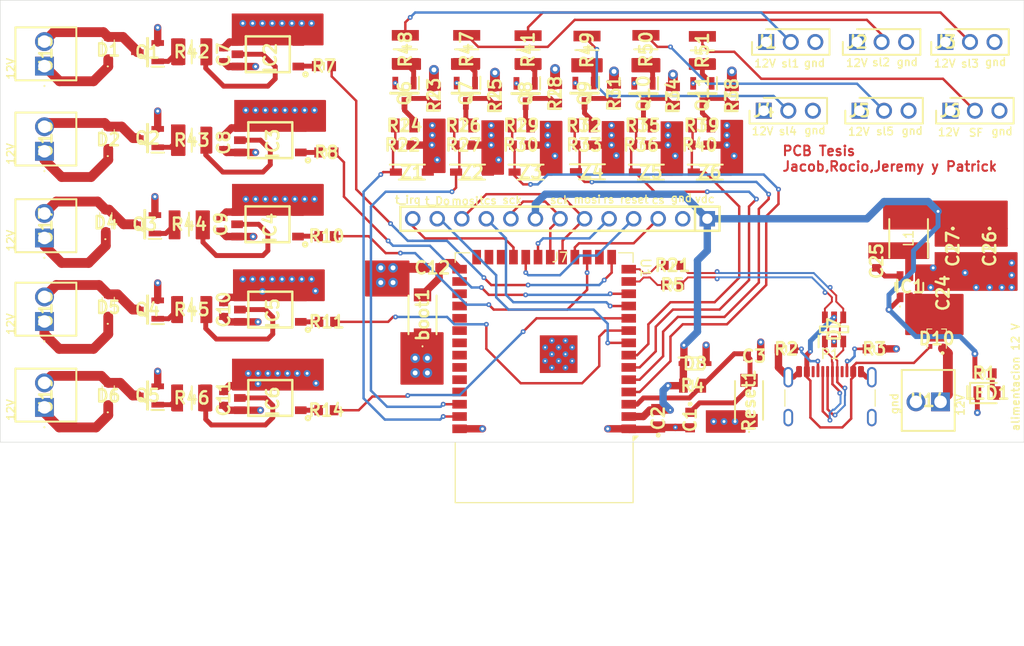
<source format=kicad_pcb>
(kicad_pcb (version 20241229) (generator "pcbnew") (generator_version "9.0")
  (layers (0 "F.Cu" signal) (4 "In1.Cu" mixed "GND") (6 "In2.Cu" power "VCC") (2 "B.Cu" signal) (13 "F.Paste" user) (15 "B.Paste" user) (5 "F.SilkS" user "F.Silkscreen") (7 "B.SilkS" user "B.Silkscreen") (1 "F.Mask" user) (3 "B.Mask" user) (25 "Edge.Cuts" user))
  (net 0 "")
  (net 1 "BOOT")
  (net 2 "GND")
  (net 3 "RESET")
  (net 4 "VDC")
  (net 5 "+12V")
  (net 6 "V_USB")
  (net 7 "/GND_SOL_1")
  (net 8 "/GND_SOL_2")
  (net 9 "/GND_SOL_3")
  (net 10 "/GND_SOL_5")
  (net 11 "/USB_D-")
  (net 12 "/USB_D+")
  (net 13 "Net-(IC2-VO)")
  (net 14 "Net-(IC2-ANODE)")
  (net 15 "Net-(IC3-VO)")
  (net 16 "Net-(IC3-ANODE)")
  (net 17 "Net-(IC4-ANODE)")
  (net 18 "Net-(IC4-VO)")
  (net 19 "Net-(IC5-VO)")
  (net 20 "Net-(IC5-ANODE)")
  (net 21 "Net-(IC6-VO)")
  (net 22 "Net-(IC6-ANODE)")
  (net 23 "/SENSOR_LOW1")
  (net 24 "/SENSOR_LOW2")
  (net 25 "/SENSOR_LOW3")
  (net 26 "/SENSOR_LOW4")
  (net 27 "/SENSOR_LOW5")
  (net 28 "/SENSOR_FLOW")
  (net 29 "/T_DO_TS")
  (net 30 "/MOSI_TS")
  (net 31 "/RESET_TS")
  (net 32 "/SCK_TS")
  (net 33 "/RS_TS")
  (net 34 "/T_CS_TS")
  (net 35 "/CS_TS")
  (net 36 "/T_IRQ_TS")
  (net 37 "Net-(LED1-A)")
  (net 38 "Net-(P1-CC2)")
  (net 39 "Net-(P1-CC1)")
  (net 40 "Net-(Q1-Pad1)")
  (net 41 "Net-(Q2-Pad1)")
  (net 42 "Net-(Q3-Pad1)")
  (net 43 "Net-(Q4-Pad1)")
  (net 44 "/GND_SOL_4")
  (net 45 "Net-(Q5-Pad1)")
  (net 46 "Net-(Q6-Pad3)")
  (net 47 "Net-(Q6-Pad1)")
  (net 48 "Net-(Q7-Pad1)")
  (net 49 "Net-(Q7-Pad3)")
  (net 50 "Net-(Q8-Pad1)")
  (net 51 "Net-(Q8-Pad3)")
  (net 52 "Net-(Q9-Pad1)")
  (net 53 "Net-(Q9-Pad3)")
  (net 54 "Net-(Q10-Pad1)")
  (net 55 "Net-(Q10-Pad3)")
  (net 56 "Net-(Q11-Pad3)")
  (net 57 "Net-(Q11-Pad1)")
  (net 58 "/USB_DD-")
  (net 59 "/solenoide_1")
  (net 60 "/solenoide_2")
  (net 61 "/solenoide_3")
  (net 62 "/solenoide_4")
  (net 63 "/solenoide_5")
  (net 64 "/USB_DD+")
  (net 65 "/sensor_micro_1")
  (net 66 "/sensor_micro_2")
  (net 67 "/sensor_micro_3")
  (net 68 "/sensor_micro_4")
  (net 69 "/sensor_micro_5")
  (net 70 "/SENSOR_FLOW_MICRO")
  (net 85 "Net-(D10-COMMON_CATHODE)")
  (net 86 "Net-(IC1-SW)")
  (net 87 "Net-(IC1-BST)")
  (footprint "Samacsys:SOT95P237X112-3N" (layer "F.Cu") (at 173.228 73.66 -90)
    (property "Reference" "Q8")
    (property "Value" "Si2318CDS-T1-GE3" (hide yes))
  )
  (footprint "Samacsys:RESC1609X55N" (layer "F.Cu") (at 152.62 88.418 180)
    (property "Reference" "R10")
    (property "Value" "220" (hide yes))
  )
  (footprint "Samacsys:C0805" (layer "F.Cu") (at 186.944 107.2532 90)
    (property "Reference" "C2")
    (property "Value" "10uf" (hide yes))
  )
  (footprint "Samacsys:AP63203WU7" (layer "F.Cu") (at 212.918 93.643)
    (property "Reference" "IC1")
    (property "Value" "AP63203WU-7" (hide yes))
  )
  (footprint "SamacSys_Parts:11-4L1S_5-PIN-SOIC_" (layer "F.Cu") (at 146.812 96.012 90)
    (property "Reference" "IC5")
    (property "Value" "TLP152" (hide yes))
  )
  (footprint "Samacsys:1SS357TPH3F" (layer "F.Cu") (at 130.048 95.584)
    (property "Reference" "D5")
    (property "Value" "CUS10S30,H3F" (hide yes))
  )
  (footprint "Samacsys:RESC2012X55N" (layer "F.Cu") (at 172.786 76.962 180)
    (property "Reference" "R29")
    (property "Value" "10k" (hide yes))
  )
  (footprint "SamacSys_Parts:HDRV3W64P0X254_1X3_762X250X890P" (layer "F.Cu") (at 207.772 75.438)
    (property "Reference" "J5")
    (property "Value" "Conn_01x03_Pin" (hide yes))
  )
  (footprint "Samacsys:1SS357TPH3F" (layer "F.Cu") (at 130.048 104.742)
    (property "Reference" "D6")
    (property "Value" "CUS10S30,H3F" (hide yes))
  )
  (footprint "Samacsys:RESC2012X55N" (layer "F.Cu") (at 182.372 73.66 -90)
    (property "Reference" "R31")
    (property "Value" "10k" (hide yes))
  )
  (footprint "Samacsys:SOT95P237X112-3N" (layer "F.Cu") (at 191.516 73.66 -90)
    (property "Reference" "Q11")
    (property "Value" "Si2318CDS-T1-GE3" (hide yes))
  )
  (footprint "Samacsys:RESC2012X55N" (layer "F.Cu") (at 190.5 103.886)
    (property "Reference" "R4")
    (property "Value" "TNPW080510K0FEEA" (hide yes))
  )
  (footprint "SamacSys_Parts:11-4L1S_5-PIN-SOIC_" (layer "F.Cu") (at 146.812 105.156 90)
    (property "Reference" "IC6")
    (property "Value" "TLP152" (hide yes))
  )
  (footprint "Samacsys:LEDC2012X120N" (layer "F.Cu") (at 220.964 104.648)
    (property "Reference" "LED1")
    (property "Value" "NCD0805R1" (hide yes))
  )
  (footprint "Samacsys:TS1088AR02016" (layer "F.Cu") (at 196.342 105.41 90)
    (property "Reference" "Reset1")
    (property "Value" "TS-1088-AR02016" (hide yes))
  )
  (footprint "SamacSys_Parts:KF1282542P" (layer "F.Cu") (at 216.154 105.56 180)
    (property "Reference" "U14")
    (property "Value" "ALIMENTACION 12V" (hide yes))
  )
  (footprint "SamacSys_Parts:HDRV3W64P0X254_1X3_762X250X890P" (layer "F.Cu") (at 217.17 75.438)
    (property "Reference" "J6")
    (property "Value" "Conn_01x03_Pin" (hide yes))
  )
  (footprint "Samacsys:RESC3126X65N" (layer "F.Cu") (at 167.132 69.088 -90)
    (property "Reference" "R47")
    (property "Value" "100 1/2" (hide yes))
  )
  (footprint "Samacsys:RESC1608X55N" (layer "F.Cu") (at 200.19 100.076 180)
    (property "Reference" "R2")
    (property "Value" "5K" (hide yes))
  )
  (footprint "Samacsys:RESC1609X55N" (layer "F.Cu") (at 152.362 70.826 180)
    (property "Reference" "R7")
    (property "Value" "220" (hide yes))
  )
  (footprint "Samacsys:RESC3126X65N" (layer "F.Cu") (at 179.578 69.162 -90)
    (property "Reference" "R49")
    (property "Value" "100 1/2" (hide yes))
  )
  (footprint "EasyEDA:IND-SMD_TNR4030S-3R9MTF" (layer "F.Cu") (at 212.852 88.646 90)
    (property "Reference" "L1")
    (property "Value" "3.9uH")
  )
  (footprint "SamacSys_Parts:11-4L1S_5-PIN-SOIC_" (layer "F.Cu") (at 146.524 87.188 90)
    (property "Reference" "IC4")
    (property "Value" "TLP152" (hide yes))
  )
  (footprint "Samacsys:SOD3716X135N" (layer "F.Cu") (at 180.086 81.754)
    (property "Reference" "Z4")
    (property "Value" "MMSZ5226BT1G" (hide yes))
  )
  (footprint "Samacsys:1SS357TPH3F" (layer "F.Cu") (at 129.794 86.828)
    (property "Reference" "D4")
    (property "Value" "CUS10S30,H3F" (hide yes))
  )
  (footprint "Samacsys:RESC1608X55N" (layer "F.Cu") (at 191.224 78.994)
    (property "Reference" "R40")
    (property "Value" "3.9k" (hide yes))
  )
  (footprint "SamacSys_Parts:HDRV3W64P0X254_1X3_762X250X890P" (layer "F.Cu") (at 197.866 75.438)
    (property "Reference" "J4")
    (property "Value" "Conn_01x03_Pin" (hide yes))
  )
  (footprint "SamacSys_Parts:11-4L1S_5-PIN-SOIC_" (layer "F.Cu") (at 146.558 69.596 90)
    (property "Reference" "IC2")
    (property "Value" "TLP152" (hide yes))
  )
  (footprint "Samacsys:CAPC1608X90N" (layer "F.Cu") (at 141.986 105.208 90)
    (property "Reference" "C11")
    (property "Value" "100nF 25V" (hide yes))
  )
  (footprint "Samacsys:CAPC1608X90N" (layer "F.Cu") (at 141.986 69.648 90)
    (property "Reference" "C7")
    (property "Value" "100nF 25V" (hide yes))
  )
  (footprint "Samacsys:RESC1609X55N" (layer "F.Cu") (at 152.654 97.282 180)
    (property "Reference" "R11")
    (property "Value" "220" (hide yes))
  )
  (footprint "Samacsys:RESC3126X65N" (layer "F.Cu") (at 138.684 78.486 180)
    (property "Reference" "R43")
    (property "Value" "100 1/2" (hide yes))
  )
  (footprint "Samacsys:RESC1608X55N" (layer "F.Cu") (at 188.43 91.44)
    (property "Reference" "R21")
    (property "Value" "33" (hide yes))
  )
  (footprint "Samacsys:SOT95P237X112-3N" (layer "F.Cu") (at 134.112 69.382 180)
    (property "Reference" "Q1")
    (property "Value" "Si2318CDS-T1-GE3" (hide yes))
  )
  (footprint "Connector_USB:USB_C_Receptacle_GCT_USB4105-xx-A_16P_TopMnt_Horizontal" (layer "F.Cu") (at 204.722 106.113)
    (property "Reference" "P1")
    (property "Value" "USB_C_Receptacle_USB2.0_14P")
  )
  (footprint "Samacsys:RESC2012X55N" (layer "F.Cu") (at 160.694 76.962 180)
    (property "Reference" "R24")
    (property "Value" "10k" (hide yes))
  )
  (footprint "Samacsys:RESC3126X65N" (layer "F.Cu") (at 138.396 87.188 180)
    (property "Reference" "R44")
    (property "Value" "100 1/2" (hide yes))
  )
  (footprint "Samacsys:SOT95P237X112-3N" (layer "F.Cu") (at 134.112 104.902 180)
    (property "Reference" "Q5")
    (property "Value" "Si2318CDS-T1-GE3" (hide yes))
  )
  (footprint "Samacsys:TS1088AR02016" (layer "F.Cu") (at 162.56 96.563 90)
    (property "Reference" "boot1")
    (property "Value" "TS-1088-AR02016" (hide yes))
  )
  (footprint "Samacsys:RESC3126X65N" (layer "F.Cu") (at 191.516 69.196 -90)
    (property "Reference" "R51")
    (property "Value" "100 1/2" (hide yes))
  )
  (footprint "Samacsys:RESC1608X55N" (layer "F.Cu") (at 166.79 78.994)
    (property "Reference" "R27")
    (property "Value" "3.9k" (hide yes))
  )
  (footprint "Samacsys:SOT95P237X112-3N" (layer "F.Cu") (at 134.112 78.272 180)
    (property "Reference" "Q2")
    (property "Value" "Si2318CDS-T1-GE3" (hide yes))
  )
  (footprint "Samacsys:SOD3716X135N" (layer "F.Cu") (at 192.278 81.788)
    (property "Reference" "Z6")
    (property "Value" "MMSZ5226BT1G" (hide yes))
  )
  (footprint "SamacSys_Parts:KF1282542P" (layer "F.Cu") (at 123.444 79.636 90)
    (property "Reference" "U16")
    (property "Value" "SOLENOIDE2" (hide yes))
  )
  (footprint "Samacsys:1SS357TPH3F" (layer "F.Cu") (at 130.048 78.232)
    (property "Reference" "D2")
    (property "Value" "CUS10S30,H3F" (hide yes))
  )
  (footprint "Samacsys:CAPC1608X87N" (layer "F.Cu") (at 209.55 90.994 90)
    (property "Reference" "C25")
    (property "Value" "100nF" (hide yes))
  )
  (footprint "Samacsys:RESC3126X65N" (layer "F.Cu") (at 173.482 69.122 -90)
    (property "Reference" "R41")
    (property "Value" "100 1/2" (hide yes))
  )
  (footprint "Samacsys:CAPC2012X145N" (layer "F.Cu") (at 216.408 94.302 90)
    (property "Reference" "C24")
    (property "Value" "10uF 25V" (hide yes))
  )
  (footprint "Samacsys:GRM21BR60J226ME39L" (layer "F.Cu") (at 221.234 89.728 -90)
    (property "Reference" "C26")
    (property "Value" "22uF 10V" (hide yes))
  )
  (footprint "Samacsys:RESC3126X65N" (layer "F.Cu") (at 138.684 105.156 180)
    (property "Reference" "R46")
    (property "Value" "100 1/2" (hide yes))
  )
  (footprint "Samacsys:SOD3716X135N" (layer "F.Cu") (at 167.68 81.788)
    (property "Reference" "Z2")
    (property "Value" "MMSZ5226BT1G" (hide yes))
  )
  (footprint "Samacsys:RESC2012X55N" (layer "F.Cu") (at 185.354 76.962 180)
    (property "Reference" "R35")
    (property "Value" "10k" (hide yes))
  )
  (footprint "Samacsys:RESC1608X55N" (layer "F.Cu") (at 160.49 78.994)
    (property "Reference" "R22")
    (property "Value" "3.9k" (hide yes))
  )
  (footprint "Samacsys:RESC2012X55N" (layer "F.Cu") (at 194.564 73.914 -90)
    (property "Reference" "R38")
    (property "Value" "10k" (hide yes))
  )
  (footprint "Samacsys:RESC1608X55N" (layer "F.Cu") (at 209.296 100.076 180)
    (property "Reference" "R3")
    (property "Value" "5K" (hide yes))
  )
  (footprint "Samacsys:RESC1608X55N" (layer "F.Cu") (at 179.286 78.994)
    (property "Reference" "R33")
    (property "Value" "3.9k" (hide yes))
  )
  (footprint "Samacsys:RESC1609X55N" (layer "F.Cu") (at 220.71 102.616 180)
    (property "Reference" "R1")
    (property "Value" "220" (hide yes))
  )
  (footprint "Samacsys:RESC2012X55N" (layer "F.Cu") (at 163.742 73.88 -90)
    (property "Reference" "R23")
    (property "Value" "10k" (hide yes))
  )
  (footprint "Samacsys:RESC3126X65N" (layer "F.Cu") (at 160.782 69.088 -90)
    (property "Reference" "R48")
    (property "Value" "100 1/2" (hide yes))
  )
  (footprint "Samacsys:GRM21BR60J226ME39L" (layer "F.Cu") (at 217.424 89.728 -90)
    (property "Reference" "C27")
    (property "Value" "22uF 10V" (hide yes))
  )
  (footprint "SamacSys_Parts:11-4L1S_5-PIN-SOIC_" (layer "F.Cu") (at 146.812 78.486 90)
    (property "Reference" "IC3")
    (property "Value" "TLP152" (hide yes))
  )
  (footprint "Samacsys:SOT95P237X112-3N" (layer "F.Cu") (at 133.824 87.188 180)
    (property "Reference" "Q3")
    (property "Value" "Si2318CDS-T1-GE3" (hide yes))
  )
  (footprint "Samacsys:RESC1609X55N" (layer "F.Cu") (at 152.616 79.756 180)
    (property "Reference" "R8")
    (property "Value" "220" (hide yes))
  )
  (footprint "Samacsys:RESC2012X55N" (layer "F.Cu") (at 188.468 73.914 -90)
    (property "Reference" "R34")
    (property "Value" "10k" (hide yes))
  )
  (footprint "Samacsys:SOT95P237X112-3N" (layer "F.Cu") (at 134.112 96.012 180)
    (property "Reference" "Q4")
    (property "Value" "Si2318CDS-T1-GE3" (hide yes))
  )
  (footprint "Samacsys:RESC2012X55N" (layer "F.Cu") (at 170.054 73.914 -90)
    (property "Reference" "R25")
    (property "Value" "10k" (hide yes))
  )
  (footprint "Samacsys:CAPC1608X87N" (layer "F.Cu") (at 163.576 91.694 180)
    (property "Reference" "C12")
    (property "Value" "C0603C104K8RAC7867" (hide yes))
  )
  (footprint "Samacsys:RESC3126X65N" (layer "F.Cu") (at 138.684 69.342 180)
    (property "Reference" "R42")
    (property "Value" "100 1/2" (hide yes))
  )
  (footprint "Samacsys:SOT95P237X112-3N" (layer "F.Cu") (at 179.324 73.626 -90)
    (property "Reference" "Q9")
    (property "Value" "Si2318CDS-T1-GE3" (hide yes))
  )
  (footprint "Samacsys:CAPC1608X90N" (layer "F.Cu") (at 141.986 78.74 90)
    (property "Reference" "C8")
    (property "Value" "100nF 25V" (hide yes))
  )
  (footprint "SamacSys_Parts:KF1282542P" (layer "F.Cu") (at 123.444 70.826 90)
    (property "Reference" "U15")
    (property "Value" "SOLENOIDE1" (hide yes))
  )
  (footprint "Samacsys:RESC3126X65N" (layer "F.Cu") (at 138.684 96.012 180)
    (property "Reference" "R45")
    (property "Value" "100 1/2" (hide yes))
  )
  (footprint "Samacsys:RESC1608X55N" (layer "F.Cu") (at 188.43 93.472)
    (property "Reference" "R5")
    (property "Value" "33" (hide yes))
  )
  (footprint "Samacsys:CAPC1608X90N" (layer "F.Cu") (at 141.986 96.012 90)
    (property "Reference" "C10")
    (property "Value" "100nF 25V" (hide yes))
  )
  (footprint "Samacsys:RESC2012X55N" (layer "F.Cu") (at 166.79 76.962 180)
    (property "Reference" "R26")
    (property "Value" "10k" (hide yes))
  )
  (footprint "SamacSys_Parts:KF1282542P" (layer "F.Cu") (at 123.444 106.132 90)
    (property "Reference" "U19")
    (property "Value" "SOLENOIDE5" (hide yes))
  )
  (footprint "Samacsys:SOD3716X135N" (layer "F.Cu") (at 173.736 81.788)
    (property "Reference" "Z3")
    (property "Value" "MMSZ5226BT1G" (hide yes))
  )
  (footprint "SamacSys_Parts:HDRV3W64P0X254_1X3_762X250X890P" (layer "F.Cu") (at 216.662 68.326)
    (property "Reference" "J3")
    (property "Value" "Conn_01x03_Pin" (hide yes))
  )
  (footprint "Samacsys:C0603" (layer "F.Cu") (at 190.246 107.442 -90)
    (property "Reference" "C1")
    (property "Value" "C0603C105K8RACAUTO" (hide yes))
  )
  (footprint "Samacsys:SOT95P280X145-6N" (layer "F.Cu") (at 205.139 98.064 90)
    (property "Reference" "D7")
    (property "Value" "USBLC6-2SC6" (hide yes))
  )
  (footprint "Samacsys:CAPC1608X90N" (layer "F.Cu") (at 141.698 87.188 90)
    (property "Reference" "C9")
    (property "Value" "100nF 25V" (hide yes))
  )
  (footprint "SamacSys_Parts:KF1282542P" (layer "F.Cu") (at 123.444 97.242 90)
    (property "Reference" "U18")
    (property "Value" "SOLENOIDE4" (hide yes))
  )
  (footprint "Samacsys:SOT95P237X112-3N" (layer "F.Cu") (at 167.044 73.626 -90)
    (property "Reference" "Q7")
    (property "Value" "Si2318CDS-T1-GE3" (hide yes))
  )
  (footprint "Samacsys:RESC1608X55N" (layer "F.Cu") (at 172.72 78.994)
    (property "Reference" "R30")
    (property "Value" "3.9k" (hide yes))
  )
  (footprint "Samacsys:RESC3126X65N" (layer "F.Cu") (at 185.674 69.088 -90)
    (property "Reference" "R50")
    (property "Value" "100 1/2" (hide yes))
  )
  (footprint "Samacsys:1SS357TPH3F" (layer "F.Cu") (at 130.048 68.954)
    (property "Reference" "D1")
    (property "Value" "CUS10S30,H3F" (hide yes))
  )
  (footprint "EasyEDA:HDR-TH_13P-P2.54-V-M" (layer "F.Cu") (at 176.784 86.614 180)
    (property "Reference" "J7")
    (property "Value" "Conn_01x13_Pin")
  )
  (footprint "Samacsys:SOT95P237X112-3N" (layer "F.Cu") (at 160.694 73.626 -90)
    (property "Reference" "Q6")
    (property "Value" "Si2318CDS-T1-GE3" (hide yes))
  )
  (footprint "Samacsys:SOT95P237X112-3N" (layer "F.Cu") (at 185.42 73.66 -90)
    (property "Reference" "Q10")
    (property "Value" "Si2318CDS-T1-GE3" (hide yes))
  )
  (footprint "SamacSys_Parts:KF1282542P" (layer "F.Cu") (at 123.444 88.606 90)
    (property "Reference" "U17")
    (property "Value" "SOLENOIDE3" (hide yes))
  )
  (footprint "Samacsys:PMEG2020CPA115" (layer "F.Cu") (at 215.758 99.022 180)
    (property "Reference" "D10")
    (property "Value" "PMEG2020CPA,115" (hide yes))
  )
  (footprint "Samacsys:RESC1609X55N" (layer "F.Cu") (at 152.616 106.426 180)
    (property "Reference" "R14")
    (property "Value" "220" (hide yes))
  )
  (footprint "Samacsys:RESC1608X55N" (layer "F.Cu") (at 185.166 78.994)
    (property "Reference" "R36")
    (property "Value" "3.9k" (hide yes))
  )
  (footprint "Samacsys:SOD3716X135N" (layer "F.Cu") (at 161.456 81.788)
    (property "Reference" "Z1")
    (property "Value" "MMSZ5226BT1G" (hide yes))
  )
  (footprint "Samacsys:SOD2512X110N" (layer "F.Cu") (at 190.754 101.6)
    (property "Reference" "D8")
    (property "Value" "PESD3V3L1BA,115" (hide yes))
  )
  (footprint "SamacSys_Parts:HDRV3W64P0X254_1X3_762X250X890P" (layer "F.Cu") (at 207.518 68.326)
    (property "Reference" "J2")
    (property "Value" "Conn_01x03_Pin" (hide yes))
  )
  (footprint "Samacsys:RESC2012X55N" (layer "F.Cu") (at 176.276 73.694 -90)
    (property "Reference" "R28")
    (property "Value" "10k" (hide yes))
  )
  (footprint "Samacsys:SOD3716X135N" (layer "F.Cu") (at 186.182 81.788)
    (property "Reference" "Z5")
    (property "Value" "MMSZ5226BT1G" (hide yes))
  )
  (footprint "RF_Module:ESP32-S3-WROOM-1" (layer "F.Cu") (at 175.146 103.086 180)
    (property "Reference" "U1")
    (property "Value" "ESP32-S3-WROOM-1")
  )
  (footprint "Samacsys:RESC2012X55N" (layer "F.Cu") (at 191.45 76.962 180)
    (property "Reference" "R39")
    (property "Value" "10k" (hide yes))
  )
  (footprint "SamacSys_Parts:HDRV3W64P0X254_1X3_762X250X890P" (layer "F.Cu") (at 198.12 68.326)
    (property "Reference" "J1")
    (property "Value" "Conn_01x03_Pin" (hide yes))
  )
  (footprint "Samacsys:CAPC1608X87N" (layer "F.Cu") (at 196.85 100.838)
    (property "Reference" "C3")
    (property "Value" "C0603C104K8RAC7867" (hide yes))
  )
  (footprint "Samacsys:RESC2012X55N" (layer "F.Cu") (at 179.258 76.962 180)
    (property "Reference" "R32")
    (property "Value" "10k" (hide yes))
  )
  (gr_rect (start 139.192 85.852) (end 140.462 88.646) (stroke (width 0.2)) (fill yes) (layer "F.Cu") (net 18))
  (gr_rect (start 136.652 68.072) (end 137.922 70.612) (stroke (width 0.2)) (fill yes) (layer "F.Cu") (net 40))
  (gr_rect (start 165.608 70.104) (end 168.402 71.12) (stroke (width 0.2)) (fill yes) (layer "F.Cu") (net 48))
  (gr_rect (start 136.652 94.742) (end 137.668 97.282) (stroke (width 0.2)) (fill yes) (layer "F.Cu") (net 43))
  (gr_rect (start 139.7 68.072) (end 140.716 70.612) (stroke (width 0.2)) (fill yes) (layer "F.Cu") (net 13))
  (gr_rect (start 143.0528 91.948) (end 152.3492 95.0468) (stroke (width 0.2)) (fill yes) (layer "F.Cu") (net 2))
  (gr_rect (start 162.7082 76.3524) (end 164.846 81.788) (stroke (width 0.2)) (fill yes) (layer "F.Cu") (net 2))
  (gr_rect (start 215.646 90.17) (end 224.028 91.44) (stroke (width 0.2)) (fill yes) (layer "F.Cu") (net 2))
  (gr_rect (start 136.398 85.852) (end 137.414 88.646) (stroke (width 0.2)) (fill yes) (layer "F.Cu") (net 42))
  (gr_rect (start 136.652 103.886) (end 137.668 106.426) (stroke (width 0.2)) (fill yes) (layer "F.Cu") (net 45))
  (gr_rect (start 172.212 70.104) (end 174.752 71.12) (stroke (width 0.2)) (fill yes) (layer "F.Cu") (net 50))
  (gr_rect (start 193.493 76.4794) (end 195.6308 81.915) (stroke (width 0.2)) (fill yes) (layer "F.Cu") (net 2))
  (gr_rect (start 187.2954 76.6318) (end 189.4332 82.0674) (stroke (width 0.2)) (fill yes) (layer "F.Cu") (net 2))
  (gr_rect (start 142.9258 65.4812) (end 152.2222 68.58) (stroke (width 0.2)) (fill yes) (layer "F.Cu") (net 2))
  (gr_rect (start 212.598 94.488) (end 218.44 98.552) (stroke (width 0.2)) (fill yes) (layer "F.Cu") (net 85))
  (gr_rect (start 190.246 70.104) (end 192.786 71.12) (stroke (width 0.2)) (fill yes) (layer "F.Cu") (net 57))
  (gr_rect (start 215.646 87.63) (end 223.012 89.408) (stroke (width 0.2)) (fill yes) (layer "F.Cu") (net 4))
  (gr_rect (start 213.614 91.44) (end 224.028 93.98) (stroke (width 0.2)) (fill yes) (layer "F.Cu") (net 2))
  (gr_rect (start 172.212 70.104) (end 174.752 71.12) (stroke (width 0.2)) (fill yes) (layer "F.Cu") (net 50))
  (gr_rect (start 184.277 70.104) (end 187.071 71.374) (stroke (width 0.2)) (fill yes) (layer "F.Cu") (net 54))
  (gr_rect (start 160.3756 98.4504) (end 164.6428 103.6828) (stroke (width 0.2)) (fill yes) (layer "F.Cu") (net 2))
  (gr_rect (start 142.9512 101.1936) (end 152.2476 104.2924) (stroke (width 0.2)) (fill yes) (layer "F.Cu") (net 2))
  (gr_rect (start 142.9512 83.1088) (end 152.2476 86.2076) (stroke (width 0.2)) (fill yes) (layer "F.Cu") (net 2))
  (gr_rect (start 212.598 90.805) (end 213.233 92.964) (stroke (width 0.2)) (fill yes) (layer "F.Cu") (net 86))
  (gr_rect (start 210.312 84.836) (end 223.012 87.63) (stroke (width 0.2)) (fill yes) (layer "F.Cu") (net 4))
  (gr_rect (start 208.788 89.154) (end 214.884 90.678) (stroke (width 0.2)) (fill yes) (layer "F.Cu") (net 86))
  (gr_rect (start 174.8007 76.581) (end 176.9385 82.0166) (stroke (width 0.2)) (fill yes) (layer "F.Cu") (net 2))
  (gr_rect (start 139.7 77.216) (end 140.716 79.756) (stroke (width 0.2)) (fill yes) (layer "F.Cu") (net 15))
  (gr_rect (start 156.718 91.0336) (end 161.11 94.563) (stroke (width 0.2)) (fill yes) (layer "F.Cu") (net 2))
  (gr_rect (start 143.1798 74.422) (end 152.4762 77.5208) (stroke (width 0.2)) (fill yes) (layer "F.Cu") (net 2))
  (gr_rect (start 136.652 76.962) (end 137.922 80.01) (stroke (width 0.2)) (fill yes) (layer "F.Cu") (net 41))
  (gr_rect (start 159.512 70.104) (end 162.306 71.12) (stroke (width 0.2)) (fill yes) (layer "F.Cu") (net 47))
  (gr_rect (start 168.7534 76.5302) (end 170.8912 81.9658) (stroke (width 0.2)) (fill yes) (layer "F.Cu") (net 2))
  (gr_rect (start 136.652 76.962) (end 137.922 80.01) (stroke (width 0.2)) (fill yes) (layer "F.Cu") (net 41))
  (gr_rect (start 178.054 70.104) (end 181.102 71.374) (stroke (width 0.2)) (fill yes) (layer "F.Cu") (net 52))
  (gr_rect (start 191.9732 106.5276) (end 195.8848 108.6612) (stroke (width 0.2)) (fill yes) (layer "F.Cu") (net 2))
  (gr_rect (start 139.7 94.742) (end 140.716 97.282) (stroke (width 0.2)) (fill yes) (layer "F.Cu") (net 19))
  (gr_rect (start 139.446 103.886) (end 140.716 106.426) (stroke (width 0.2)) (fill yes) (layer "F.Cu") (net 21))
  (gr_rect (start 181.2015 76.6064) (end 183.3393 82.042) (stroke (width 0.2)) (fill yes) (layer "F.Cu") (net 2))
  (gr_rect (start 118.872 64.008) (end 224.79 109.728) (stroke (width 0.05)) (fill no) (layer "Edge.Cuts"))
  (gr_text "PCB Tesis\nJacob,Rocio,Jeremy y Patrick" (at 199.6948 81.788 0) (layer "F.Cu") (effects (font (size 1 1) (thickness 0.2) (bold yes)) (justify left bottom)))
  (gr_text "rs\n" (at 181.1528 85.09 0) (layer "F.SilkS") (effects (font (size 0.8 0.8)) (justify left bottom)))
  (gr_text "SF\n" (at 218.9988 78.1812 0) (layer "F.SilkS") (effects (font (size 0.8 0.8)) (justify left bottom)))
  (gr_text "alimentacion 12 V\n" (at 224.3836 108.6612 90) (layer "F.SilkS") (effects (font (size 0.8 0.8)) (justify left bottom)))
  (gr_text "sl5\n\n\n\n\n\n" (at 209.3976 84.4804 0) (layer "F.SilkS") (effects (font (size 0.8 0.8)) (justify left bottom)))
  (gr_text "gnd\n" (at 211.836 106.934 90) (layer "F.SilkS") (effects (font (size 0.8 0.8)) (justify left bottom)))
  (gr_text "cs\n" (at 186.182 85.1408 0) (layer "F.SilkS") (effects (font (size 0.8 0.8)) (justify left bottom)))
  (gr_text "t_irq\n\n" (at 159.6136 86.4108 0) (layer "F.SilkS") (effects (font (size 0.8 0.8)) (justify left bottom)))
  (gr_text "gnd\n" (at 221.3356 78.0288 0) (layer "F.SilkS") (effects (font (size 0.8 0.8)) (justify left bottom)))
  (gr_text "12V\n" (at 218.694 107.0864 90) (layer "F.SilkS") (effects (font (size 0.8 0.8)) (justify left bottom)))
  (gr_text "12V\n" (at 120.444 90.076 90) (layer "F.SilkS") (effects (font (size 0.8 0.8)) (justify left bottom)))
  (gr_text "gnd\n" (at 201.93 70.9676 0) (layer "F.SilkS") (effects (font (size 0.8 0.8)) (justify left bottom)))
  (gr_text "12V\n" (at 120.444 72.296 90) (layer "F.SilkS") (effects (font (size 0.8 0.8)) (justify left bottom)))
  (gr_text "reset\n" (at 182.88 85.09 0) (layer "F.SilkS") (effects (font (size 0.8 0.8)) (justify left bottom)))
  (gr_text "sl2\n\n" (at 208.9912 72.1868 0) (layer "F.SilkS") (effects (font (size 0.8 0.8)) (justify left bottom)))
  (gr_text "mosi\n" (at 178.1048 85.09 0) (layer "F.SilkS") (effects (font (size 0.8 0.8)) (justify left bottom)))
  (gr_text "12V\n" (at 120.444 107.602 90) (layer "F.SilkS") (effects (font (size 0.8 0.8)) (justify left bottom)))
  (gr_text "sck\n" (at 175.6664 85.1408 0) (layer "F.SilkS") (effects (font (size 0.8 0.8)) (justify left bottom)))
  (gr_text "12V\n" (at 120.444 81.106 90) (layer "F.SilkS") (effects (font (size 0.8 0.8)) (justify left bottom)))
  (gr_text "gnd\n" (at 211.5312 70.866 0) (layer "F.SilkS") (effects (font (size 0.8 0.8)) (justify left bottom)))
  (gr_text "t_Do\n" (at 162.7124 85.2424 0) (layer "F.SilkS") (effects (font (size 0.8 0.8)) (justify left bottom)))
  (gr_text "sl4\n\n\n\n" (at 199.3392 81.8896 0) (layer "F.SilkS") (effects (font (size 0.8 0.8)) (justify left bottom)))
  (gr_text "12V\n" (at 196.7992 71.0184 0) (layer "F.SilkS") (effects (font (size 0.8 0.8)) (justify left bottom)))
  (gr_text "vdc\n" (at 190.6524 85.0392 0) (layer "F.SilkS") (effects (font (size 0.8 0.8)) (justify left bottom)))
  (gr_text "gnd\n" (at 188.1632 84.9376 0) (layer "F.SilkS") (effects (font (size 0.8 0.8)) (justify left bottom)))
  (gr_text "12V\n" (at 206.502 78.0796 0) (layer "F.SilkS") (effects (font (size 0.8 0.8)) (justify left bottom)))
  (gr_text "12V\n" (at 215.392 71.0184 0) (layer "F.SilkS") (effects (font (size 0.8 0.8)) (justify left bottom)))
  (gr_text "gnd\n" (at 201.9808 77.9272 0) (layer "F.SilkS") (effects (font (size 0.8 0.8)) (justify left bottom)))
  (gr_text "mosi\n" (at 165.4556 85.2424 0) (layer "F.SilkS") (effects (font (size 0.8 0.8)) (justify left bottom)))
  (gr_text "tcs\n" (at 168.3512 85.1916 0) (layer "F.SilkS") (effects (font (size 0.8 0.8)) (justify left bottom)))
  (gr_text "12V\n" (at 206.2988 70.9676 0) (layer "F.SilkS") (effects (font (size 0.8 0.8)) (justify left bottom)))
  (gr_text "12V\n" (at 196.5452 78.0288 0) (layer "F.SilkS") (effects (font (size 0.8 0.8)) (justify left bottom)))
  (gr_text "sl3\n\n\n" (at 218.186 73.6092 0) (layer "F.SilkS") (effects (font (size 0.8 0.8)) (justify left bottom)))
  (gr_text "gnd\n" (at 212.0392 77.978 0) (layer "F.SilkS") (effects (font (size 0.8 0.8)) (justify left bottom)))
  (gr_text "sl1\n" (at 199.5932 71.0184 0) (layer "F.SilkS") (effects (font (size 0.8 0.8)) (justify left bottom)))
  (gr_text "sck\n" (at 170.7388 85.1408 0) (layer "F.SilkS") (effects (font (size 0.8 0.8)) (justify left bottom)))
  (gr_text "gnd\n" (at 220.6752 70.866 0) (layer "F.SilkS") (effects (font (size 0.8 0.8)) (justify left bottom)))
  (gr_text "12V\n" (at 215.7984 78.1304 0) (layer "F.SilkS") (effects (font (size 0.8 0.8)) (justify left bottom)))
  (gr_text "12V\n" (at 120.444 98.712 90) (layer "F.SilkS") (effects (font (size 0.8 0.8)) (justify left bottom)))
  (segment (start 164.815 91.155) (end 164.276 91.694) (width 0.762) (layer "F.Cu") (net 1))
  (segment (start 162.56 94.488) (end 164.276 92.772) (width 0.762) (layer "F.Cu") (net 1))
  (segment (start 164.276 92.772) (end 164.276 91.694) (width 0.762) (layer "F.Cu") (net 1))
  (segment (start 165.715 91.155) (end 164.815 91.155) (width 0.762) (layer "F.Cu") (net 1))
  (segment (start 166.396 91.836) (end 165.715 91.155) (width 0.762) (layer "F.Cu") (net 1))
  (segment (start 188.722 108.204) (end 190.208 108.204) (width 0.762) (layer "F.Cu") (net 2))
  (segment (start 190.208 108.204) (end 190.246 108.242) (width 0.762) (layer "F.Cu") (net 2))
  (segment (start 167.59 78.994) (end 169.672 78.994) (width 0.762) (layer "F.Cu") (net 2))
  (segment (start 186.944 108.204) (end 188.722 108.204) (width 0.762) (layer "F.Cu") (net 2))
  (segment (start 141.698 86.478) (end 142.258 85.918) (width 0.762) (layer "F.Cu") (net 2))
  (segment (start 162.876 91.694) (end 161.036 91.694) (width 1.016) (layer "F.Cu") (net 2))
  (segment (start 142.546 94.742) (end 143.662 94.742) (width 0.762) (layer "F.Cu") (net 2))
  (segment (start 185.966 78.994) (end 187.96 78.994) (width 0.762) (layer "F.Cu") (net 2))
  (segment (start 209.042 103.008) (end 208.497 103.008) (width 0.508) (layer "F.Cu") (net 2))
  (segment (start 210.096 100.076) (end 211.582 100.076) (width 0.762) (layer "F.Cu") (net 2))
  (segment (start 135.162 95.062) (end 135.162 93.252) (width 0.762) (layer "F.Cu") (net 2))
  (segment (start 197.55 100.838) (end 197.55 99.376) (width 0.762) (layer "F.Cu") (net 2))
  (segment (start 173.52 78.994) (end 175.514 78.994) (width 0.762) (layer "F.Cu") (net 2))
  (segment (start 142.598 68.326) (end 143.408 68.326) (width 0.762) (layer "F.Cu") (net 2))
  (segment (start 199.39 100.076) (end 199.39 101.996) (width 0.762) (layer "F.Cu") (net 2))
  (segment (start 183.896 108.346) (end 181.722 108.346) (width 0.762) (layer "F.Cu") (net 2))
  (segment (start 161.29 78.994) (end 163.538 78.994) (width 0.762) (layer "F.Cu") (net 2))
  (segment (start 183.9572 108.4072) (end 186.7408 108.4072) (width 0.762) (layer "F.Cu") (net 2))
  (segment (start 192.024 78.994) (end 194.056 78.994) (width 0.762) (layer "F.Cu") (net 2))
  (segment (start 142.8 77.216) (end 143.662 77.216) (width 0.762) (layer "F.Cu") (net 2))
  (segment (start 199.39 101.996) (end 200.402 103.008) (width 0.762) (layer "F.Cu") (net 2))
  (segment (start 135.162 103.952) (end 135.162 102.396) (width 0.762) (layer "F.Cu") (net 2))
  (segment (start 141.986 104.498) (end 142.598 103.886) (width 0.762) (layer "F.Cu") (net 2))
  (segment (start 186.7408 108.4072) (end 186.944 108.204) (width 0.762) (layer "F.Cu") (net 2))
  (segment (start 142.258 85.918) (end 143.374 85.918) (width 0.762) (layer "F.Cu") (net 2))
  (segment (start 166.396 108.346) (end 168.768 108.346) (width 0.762) (layer "F.Cu") (net 2))
  (segment (start 191.904 101.346) (end 191.904 99.688) (width 0.762) (layer "F.Cu") (net 2))
  (segment (start 135.162 77.322) (end 135.162 75.472) (width 0.762) (layer "F.Cu") (net 2))
  (segment (start 141.986 68.938) (end 142.598 68.326) (width 0.762) (layer "F.Cu") (net 2))
  (segment (start 180.086 78.994) (end 182.118 78.994) (width 0.762) (layer "F.Cu") (net 2))
  (segment (start 219.964 104.648) (end 219.964 106.68) (width 0.508) (layer "F.Cu") (net 2))
  (segment (start 183.896 108.346) (end 183.9572 108.4072) (width 0.762) (layer "F.Cu") (net 2))
  (segment (start 135.162 68.432) (end 135.162 66.836) (width 0.762) (layer "F.Cu") (net 2))
  (segment (start 134.874 86.238) (end 134.874 84.328) (width 0.762) (layer "F.Cu") (net 2))
  (segment (start 141.986 95.302) (end 142.546 94.742) (width 0.762) (layer "F.Cu") (net 2))
  (segment (start 200.402 103.008) (end 200.947 103.008) (width 0.508) (layer "F.Cu") (net 2))
  (segment (start 200.947 103.008) (end 201.522 102.433) (width 0.508) (layer "F.Cu") (net 2))
  (segment (start 208.497 103.008) (end 207.922 102.433) (width 0.508) (layer "F.Cu") (net 2))
  (segment (start 142.598 103.886) (end 143.662 103.886) (width 0.762) (layer "F.Cu") (net 2))
  (segment (start 141.986 78.03) (end 142.8 77.216) (width 0.762) (layer "F.Cu") (net 2))
  (via (at 194.056 78.994) (size 0.7) (drill 0.3) (layers "F.Cu" "B.Cu") (net 2))
  (via (at 146.304 75.3872) (size 0.7) (drill 0.3) (layers "F.Cu" "B.Cu") (net 2))
  (via (at 148.336 84.582) (size 0.7) (drill 0.3) (layers "F.Cu" "B.Cu") (net 2))
  (via (at 175.514 78.994) (size 0.7) (drill 0.3) (layers "F.Cu" "B.Cu") (net 2))
  (via (at 145.288 75.3872) (size 0.7) (drill 0.3) (layers "F.Cu" "B.Cu") (net 2))
  (via (at 178.374 72.576) (size 0.5) (drill 0.2) (layers "F.Cu" "B.Cu") (net 2))
  (via (at 182.611 80.079) (size 0.7) (drill 0.3) (layers "F.Cu" "B.Cu") (net 2))
  (via (at 135.162 93.252) (size 0.7) (drill 0.3) (layers "F.Cu" "B.Cu") (net 2))
  (via (at 192.6844 107.5944) (size 0.7) (drill 0.3) (layers "F.Cu" "B.Cu") (net 2))
  (via (at 161.798 101.0412) (size 1) (drill 0.5) (layers "F.Cu" "B.Cu") (net 2))
  (via (at 149.0472 92.8624) (size 0.7) (drill 0.3) (layers "F.Cu" "B.Cu") (net 2))
  (via (at 169.672 77.978) (size 0.7) (drill 0.3) (layers "F.Cu" "B.Cu") (net 2))
  (via (at 197.55 99.376) (size 0.7) (drill 0.3) (layers "F.Cu" "B.Cu") (net 2))
  (via (at 151.384 84.582) (size 0.7) (drill 0.3) (layers "F.Cu" "B.Cu") (net 2))
  (via (at 187.96 78.994) (size 0.7) (drill 0.3) (layers "F.Cu" "B.Cu") (net 2))
  (via (at 145.288 84.582) (size 0.7) (drill 0.3) (layers "F.Cu" "B.Cu") (net 2))
  (via (at 148.59 102.616) (size 0.7) (drill 0.3) (layers "F.Cu" "B.Cu") (net 2))
  (via (at 182.118 77.978) (size 0.7) (drill 0.3) (layers "F.Cu" "B.Cu") (net 2))
  (via (at 182.118 76.962) (size 0.7) (drill 0.3) (layers "F.Cu" "B.Cu") (net 2))
  (via (at 145.9992 94.1324) (size 0.7) (drill 0.3) (layers "F.Cu" "B.Cu") (net 2))
  (via (at 163.068 101.0412) (size 1) (drill 0.5) (layers "F.Cu" "B.Cu") (net 2))
  (via (at 159.512 91.694) (size 1) (drill 0.5) (layers "F.Cu" "B.Cu") (net 2))
  (via (at 147.574 102.616) (size 0.7) (drill 0.3) (layers "F.Cu" "B.Cu") (net 2))
  (via (at 182.118 78.994) (size 0.7) (drill 0.3) (layers "F.Cu" "B.Cu") (net 2))
  (via (at 145.9992 92.8624) (size 0.7) (drill 0.3) (layers "F.Cu" "B.Cu") (net 2))
  (via (at 158.242 93.218) (size 1) (drill 0.5) (layers "F.Cu" "B.Cu") (net 2))
  (via (at 150.0632 92.8624) (size 0.7) (drill 0.3) (layers "F.Cu" "B.Cu") (net 2))
  (via (at 144.272 75.3872) (size 0.7) (drill 0.3) (layers "F.Cu" "B.Cu") (net 2))
  (via (at 151.0792 92.8624) (size 0.7) (drill 0.3) (layers "F.Cu" "B.Cu") (net 2))
  (via (at 194.056 76.962) (size 0.7) (drill 0.3) (layers "F.Cu" "B.Cu") (net 2))
  (via (at 170.434 80.518) (size 0.7) (drill 0.3) (layers "F.Cu" "B.Cu") (net 2))
  (via (at 146.304 84.582) (size 0.7) (drill 0.3) (layers "F.Cu" "B.Cu") (net 2))
  (via (at 188.707 80.113) (size 0.7) (drill 0.3) (layers "F.Cu" "B.Cu") (net 2))
  (via (at 150.368 84.582) (size 0.7) (drill 0.3) (layers "F.Cu" "B.Cu") (net 2))
  (via (at 169.672 76.962) (size 0.7) (drill 0.3) (layers "F.Cu" "B.Cu") (net 2))
  (via (at 194.056 77.978) (size 0.7) (drill 0.3) (layers "F.Cu" "B.Cu") (net 2))
  (via (at 188.722 108.204) (size 0.5) (drill 0.2) (layers "F.Cu" "B.Cu") (net 2))
  (via (at 219.837 93.726) (size 0.7) (drill 0.3) (layers "F.Cu" "B.Cu") (net 2))
  (via (at 148.0312 66.3956) (size 0.7) (drill 0.3) (layers "F.Cu" "B.Cu") (net 2))
  (via (at 194.892 107.5944) (size 0.7) (drill 0.3) (layers "F.Cu" "B.Cu") (net 2))
  (via (at 166.094 72.576) (size 0.5) (drill 0.2) (layers "F.Cu" "B.Cu") (net 2))
  (via (at 175.514 76.962) (size 0.7) (drill 0.3) (layers "F.Cu" "B.Cu") (net 2))
  (via (at 163.068 102.5652) (size 1) (drill 0.5) (layers "F.Cu" "B.Cu") (net 2))
  (via (at 172.278 72.61) (size 0.5) (drill 0.2) (layers "F.Cu" "B.Cu") (net 2))
  (via (at 164.084 80.518) (size 0.7) (drill 0.3) (layers "F.Cu" "B.Cu") (net 2))
  (via (at 218.694 92.202) (size 0.7) (drill 0.3) (layers "F.Cu" "B.Cu") (net 2))
  (via (at 215.392 91.694) (size 0.7) (drill 0.3) (layers "F.Cu" "B.Cu") (net 2))
  (via (at 144.526 102.616) (size 0.7) (drill 0.3) (layers "F.Cu" "B.Cu") (net 2))
  (via (at 223.52 91.186) (size 0.7) (drill 0.3) (layers "F.Cu" "B.Cu") (net 2))
  (via (at 168.768 108.346) (size 0.7) (drill 0.3) (layers "F.Cu" "B.Cu") (net 2))
  (via (at 150.0632 66.3956) (size 0.7) (drill 0.3) (layers "F.Cu" "B.Cu") (net 2))
  (via (at 149.352 75.3872) (size 0.7) (drill 0.3) (layers "F.Cu" "B.Cu") (net 2))
  (via (at 190.566 72.61) (size 0.5) (drill 0.2) (layers "F.Cu" "B.Cu") (net 2))
  (via (at 143.9672 66.3956) (size 0.7) (drill 0.3) (layers "F.Cu" "B.Cu") (net 2))
  (via (at 194.803 80.113) (size 0.7) (drill 0.3) (layers "F.Cu" "B.Cu") (net 2))
  (via (at 144.9832 92.8624) (size 0.7) (drill 0.3) (layers "F.Cu" "B.Cu") (net 2))
  (via (at 184.47 72.61) (size 0.5) (drill 0.2) (layers "F.Cu" "B.Cu") (net 2))
  (via (at 148.336 75.3872) (size 0.7) (drill 0.3) (layers "F.Cu" "B.Cu") (net 2))
  (via (at 150.368 75.3872) (size 0.7) (drill 0.3) (layers "F.Cu" "B.Cu") (net 2))
  (via (at 161.798 102.5652) (size 1) (drill 0.5) (layers "F.Cu" "B.Cu") (net 2))
  (via (at 187.96 76.962) (size 0.7) (drill 0.3) (layers "F.Cu" "B.Cu") (net 2))
  (via (at 135.162 102.396) (size 0.7) (drill 0.3) (layers "F.Cu" "B.Cu") (net 2))
  (via (at 149.352 84.582) (size 0.7) (drill 0.3) (layers "F.Cu" "B.Cu") (net 2))
  (via (at 150.622 102.616) (size 0.7) (drill 0.3) (layers "F.Cu" "B.Cu") (net 2))
  (via (at 205.139 99.314) (size 0.5) (drill 0.2) (layers "F.Cu" "B.Cu") (net 2))
  (via (at 135.162 75.472) (size 0.7) (drill 0.3) (layers "F.Cu" "B.Cu") (net 2))
  (via (at 221.234 93.726) (size 0.7) (drill 0.3) (layers "F.Cu" "B.Cu") (net 2))
  (via (at 145.9992 66.3956) (size 0.7) (drill 0.3) (layers "F.Cu" "B.Cu") (net 2))
  (via (at 169.672 78.994) (size 0.7) (drill 0.3) (layers "F.Cu" "B.Cu") (net 2))
  (via (at 223.52 92.456) (size 0.7) (drill 0.3) (layers "F.Cu" "B.Cu") (net 2))
  (via (at 193.7512 107.5944) (size 0.7) (drill 0.3) (layers "F.Cu" "B.Cu") (net 2))
  (via (at 151.5364 103.632) (size 0.7) (drill 0.3) (layers "F.Cu" "B.Cu") (net 2))
  (via (at 219.964 106.68) (size 0.7) (drill 0.3) (layers "F.Cu" "B.Cu") (net 2))
  (via (at 181.722 108.346) (size 0.7) (drill 0.3) (layers "F.Cu" "B.Cu") (net 2))
  (via (at 145.542 103.6828) (size 0.7) (drill 0.3) (layers "F.Cu" "B.Cu") (net 2))
  (via (at 187.96 77.978) (size 0.7) (drill 0.3) (layers "F.Cu" "B.Cu") (net 2))
  (via (at 158.242 91.694) (size 1) (drill 0.5) (layers "F.Cu" "B.Cu") (net 2))
  (via (at 147.32 75.3872) (size 0.7) (drill 0.3) (layers "F.Cu" "B.Cu") (net 2))
  (via (at 159.744 72.576) (size 0.5) (drill 0.2) (layers "F.Cu" "B.Cu") (net 2))
  (via (at 163.576 76.962) (size 0.7) (drill 0.3) (layers "F.Cu" "B.Cu") (net 2))
  (via (at 144.272 84.582) (size 0.7) (drill 0.3) (layers "F.Cu" "B.Cu") (net 2))
  (via (at 147.32 84.582) (size 0.7) (drill 0.3) (layers "F.Cu" "B.Cu") (net 2))
  (via (at 149.606 102.616) (size 0.7) (drill 0.3) (layers "F.Cu" "B.Cu") (net 2))
  (via (at 191.904 99.688) (size 0.7) (drill 0.3) (layers "F.Cu" "B.Cu") (net 2))
  (via (at 151.0792 66.3956) (size 0.7) (drill 0.3) (layers "F.Cu" "B.Cu") (net 2))
  (via (at 163.538 78.994) (size 0.7) (drill 0.3) (layers "F.Cu" "B.Cu") (net 2))
  (via (at 134.874 84.328) (size 0.7) (drill 0.3) (layers "F.Cu" "B.Cu") (net 2))
  (via (at 145.542 102.616) (size 0.7) (drill 0.3) (layers "F.Cu" "B.Cu") (net 2))
  (via (at 215.138 93.726) (size 0.7) (drill 0.3) (layers "F.Cu" "B.Cu") (net 2))
  (via (at 146.558 102.616) (size 0.7) (drill 0.3) (layers "F.Cu" "B.Cu") (net 2))
  (via (at 135.162 66.836) (size 0.7) (drill 0.3) (layers "F.Cu" "B.Cu") (net 2))
  (via (at 151.384 75.3872) (size 0.7) (drill 0.3) (layers "F.Cu" "B.Cu") (net 2))
  (via (at 149.0472 66.3956) (size 0.7) (drill 0.3) (layers "F.Cu" "B.Cu") (net 2))
  (via (at 143.9672 92.8624) (size 0.7) (drill 0.3) (layers "F.Cu" "B.Cu") (net 2))
  (via (at 175.514 77.978) (size 0.7) (drill 0.3) (layers "F.Cu" "B.Cu") (net 2))
  (via (at 159.512 93.218) (size 1) (drill 0.5) (layers "F.Cu" "B.Cu") (net 2))
  (via (at 151.4856 94.0816) (size 0.7) (drill 0.3) (layers "F.Cu" "B.Cu") (net 2))
  (via (at 176.261 80.113) (size 0.7) (drill 0.3) (layers "F.Cu" "B.Cu") (net 2))
  (via (at 211.582 100.076) (size 0.7) (drill 0.3) (layers "F.Cu" "B.Cu") (net 2))
  (via (at 147.0152 66.3956) (size 0.7) (drill 0.3) (layers "F.Cu" "B.Cu") (net 2))
  (via (at 148.0312 92.8624) (size 0.7) (drill 0.3) (layers "F.Cu" "B.Cu") (net 2))
  (via (at 147.0152 92.8624) (size 0.7) (drill 0.3) (layers "F.Cu" "B.Cu") (net 2))
  (via (at 222.504 93.726) (size 0.7) (drill 0.3) (layers "F.Cu" "B.Cu") (net 2))
  (via (at 223.52 93.726) (size 0.7) (drill 0.3) (layers "F.Cu" "B.Cu") (net 2))
  (via (at 144.9832 66.3956) (size 0.7) (drill 0.3) (layers "F.Cu" "B.Cu") (net 2))
  (via (at 163.576 77.978) (size 0.7) (drill 0.3) (layers "F.Cu" "B.Cu") (net 2))
  (segment (start 190.18 105.156) (end 191.45 103.886) (width 0.508) (layer "F.Cu") (net 3))
  (segment (start 185.42 105.156) (end 190.18 105.156) (width 0.508) (layer "F.Cu") (net 3))
  (segment (start 196.4436 103.2334) (end 196.4436 101.1316) (width 0.508) (layer "F.Cu") (net 3))
  (segment (start 196.342 104.14) (end 196.342 103.335) (width 0.508) (layer "F.Cu") (net 3))
  (segment (start 194.818 100.584) (end 195.896 100.584) (width 0.508) (layer "F.Cu") (net 3))
  (segment (start 184.77 105.806) (end 185.42 105.156) (width 0.508) (layer "F.Cu") (net 3))
  (segment (start 190.246 106.642) (end 191.224 105.664) (width 0.508) (layer "F.Cu") (net 3))
  (segment (start 191.45 103.886) (end 191.516 103.886) (width 0.508) (layer "F.Cu") (net 3))
  (segment (start 183.896 105.806) (end 184.77 105.806) (width 0.508) (layer "F.Cu") (net 3))
  (segment (start 196.342 103.335) (end 196.4436 103.2334) (width 0.508) (layer "F.Cu") (net 3))
  (segment (start 191.516 103.886) (end 194.818 100.584) (width 0.508) (layer "F.Cu") (net 3))
  (segment (start 194.818 105.664) (end 196.342 104.14) (width 0.508) (layer "F.Cu") (net 3))
  (segment (start 196.4436 101.1316) (end 196.15 100.838) (width 0.508) (layer "F.Cu") (net 3))
  (segment (start 191.224 105.664) (end 194.818 105.664) (width 0.508) (layer "F.Cu") (net 3))
  (segment (start 195.896 100.584) (end 196.15 100.838) (width 0.508) (layer "F.Cu") (net 3))
  (segment (start 185.408 107.076) (end 186.08 106.404) (width 0.762) (layer "F.Cu") (net 4))
  (segment (start 186.944 106.404) (end 188.192 106.404) (width 0.762) (layer "F.Cu") (net 4))
  (segment (start 186.08 106.404) (end 186.944 106.404) (width 0.762) (layer "F.Cu") (net 4))
  (segment (start 211.968 94.742) (end 211.968 94.864) (width 0.508) (layer "F.Cu") (net 4))
  (segment (start 189.604 101.346) (end 189.604 99.702) (width 0.762) (layer "F.Cu") (net 4))
  (segment (start 189.55 103.886) (end 189.55 101.4) (width 0.762) (layer "F.Cu") (net 4))
  (segment (start 189.55 101.4) (end 189.604 101.346) (width 0.762) (layer "F.Cu") (net 4))
  (segment (start 189.55 103.886) (end 187.96 103.886) (width 0.762) (layer "F.Cu") (net 4))
  (segment (start 183.896 107.076) (end 185.408 107.076) (width 0.762) (layer "F.Cu") (net 4))
  (segment (start 211.968 94.864) (end 210.82 96.012) (width 0.508) (layer "F.Cu") (net 4))
  (segment (start 219.71 102.416) (end 219.91 102.616) (width 0.508) (layer "F.Cu") (net 4))
  (segment (start 219.71 100.584) (end 219.71 102.416) (width 0.508) (layer "F.Cu") (net 4))
  (via (at 210.82 96.012) (size 0.7) (drill 0.3) (layers "F.Cu" "B.Cu") (net 4))
  (via (at 188.192 106.404) (size 0.5) (drill 0.2) (layers "F.Cu" "B.Cu") (net 4))
  (via (at 219.71 100.584) (size 0.7) (drill 0.3) (layers "F.Cu" "B.Cu") (net 4))
  (via (at 189.604 99.702) (size 0.7) (drill 0.3) (layers "F.Cu" "B.Cu") (net 4))
  (via (at 215.9 85.852) (size 0.7) (drill 0.3) (layers "F.Cu" "B.Cu") (net 4))
  (via (at 187.96 103.886) (size 0.7) (drill 0.3) (layers "F.Cu" "B.Cu") (net 4))
  (segment (start 219.71 100.33) (end 219.71 100.584) (width 0.508) (layer "B.Cu") (net 4))
  (segment (start 192.024 86.614) (end 208.534 86.614) (width 0.762) (layer "B.Cu") (net 4))
  (segment (start 192.024 86.614) (end 192.024 89.916) (width 0.762) (layer "B.Cu") (net 4))
  (segment (start 213.36 91.948) (end 213.36 89.916) (width 0.508) (layer "B.Cu") (net 4))
  (segment (start 213.614 98.806) (end 218.186 98.806) (width 0.508) (layer "B.Cu") (net 4))
  (segment (start 189.484 84.074) (end 175.26 84.074) (width 0.762) (layer "B.Cu") (net 4))
  (segment (start 210.82 96.012) (end 210.82 94.488) (width 0.508) (layer "B.Cu") (net 4))
  (segment (start 214.884 84.836) (end 215.9 85.852) (width 0.762) (layer "B.Cu") (net 4))
  (segment (start 187.452 104.394) (end 187.96 103.886) (width 0.762) (layer "B.Cu") (net 4))
  (segment (start 187.452 105.664) (end 187.452 104.394) (width 0.762) (layer "B.Cu") (net 4))
  (segment (start 192.024 89.916) (end 191.008 90.932) (width 0.762) (layer "B.Cu") (net 4))
  (segment (start 192.024 86.614) (end 189.484 84.074) (width 0.762) (layer "B.Cu") (net 4))
  (segment (start 210.82 94.488) (end 213.36 91.948) (width 0.508) (layer "B.Cu") (net 4))
  (segment (start 188.192 106.404) (end 187.452 105.664) (width 0.762) (layer "B.Cu") (net 4))
  (segment (start 215.9 87.376) (end 215.9 85.852) (width 0.508) (layer "B.Cu") (net 4))
  (segment (start 174.244 85.09) (end 174.244 86.614) (width 0.762) (layer "B.Cu") (net 4))
  (segment (start 210.82 96.012) (end 213.614 98.806) (width 0.508) (layer "B.Cu") (net 4))
  (segment (start 175.26 84.074) (end 174.244 85.09) (width 0.762) (layer "B.Cu") (net 4))
  (segment (start 191.008 90.932) (end 191.008 98.298) (width 0.762) (layer "B.Cu") (net 4))
  (segment (start 218.186 98.806) (end 219.71 100.33) (width 0.508) (layer "B.Cu") (net 4))
  (segment (start 208.534 86.614) (end 210.312 84.836) (width 0.762) (layer "B.Cu") (net 4))
  (segment (start 210.312 84.836) (end 214.884 84.836) (width 0.762) (layer "B.Cu") (net 4))
  (segment (start 191.008 98.298) (end 189.604 99.702) (width 0.762) (layer "B.Cu") (net 4))
  (segment (start 213.36 89.916) (end 215.9 87.376) (width 0.508) (layer "B.Cu") (net 4))
  (segment (start 124.968 108.204) (end 128.778 108.204) (width 1.016) (layer "F.Cu") (net 5))
  (segment (start 123.444 106.68) (end 124.968 108.204) (width 1.016) (layer "F.Cu") (net 5))
  (segment (start 142.494 70.866) (end 143.408 70.866) (width 0.762) (layer "F.Cu") (net 5))
  (segment (start 170.054 72.964) (end 170.054 71.502) (width 1.016) (layer "F.Cu") (net 5))
  (segment (start 194.564 72.964) (end 194.564 71.374) (width 1.016) (layer "F.Cu") (net 5))
  (segment (start 143.408 70.866) (end 145.288 70.866) (width 0.762) (layer "F.Cu") (net 5))
  (segment (start 142.494 106.426) (end 143.662 106.426) (width 0.762) (layer "F.Cu") (net 5))
  (segment (start 123.444 88.606) (end 123.444 89.408) (width 1.016) (layer "F.Cu") (net 5))
  (segment (start 141.986 70.358) (end 142.494 70.866) (width 0.762) (layer "F.Cu") (net 5))
  (segment (start 216.916 100.539) (end 216.408 100.031) (width 1.016) (layer "F.Cu") (net 5))
  (segment (start 123.444 98.552) (end 124.968 100.076) (width 1.016) (layer "F.Cu") (net 5))
  (segment (start 143.662 79.756) (end 145.288 79.756) (width 0.762) (layer "F.Cu") (net 5))
  (segment (start 143.662 97.282) (end 145.542 97.282) (width 0.762) (layer "F.Cu") (net 5))
  (segment (start 123.444 89.408) (end 125.222 91.186) (width 1.016) (layer "F.Cu") (net 5))
  (segment (start 143.374 88.458) (end 145.034 88.458) (width 0.762) (layer "F.Cu") (net 5))
  (segment (start 125.222 82.296) (end 128.27 82.296) (width 1.016) (layer "F.Cu") (net 5))
  (segment (start 123.444 106.132) (end 123.444 106.68) (width 1.016) (layer "F.Cu") (net 5))
  (segment (start 145.034 88.458) (end 145.1 88.458) (width 0.762) (layer "F.Cu") (net 5))
  (segment (start 143.662 106.426) (end 145.796 106.426) (width 0.762) (layer "F.Cu") (net 5))
  (segment (start 130.048 106.934) (end 130.048 105.892) (width 1.016) (layer "F.Cu") (net 5))
  (segment (start 128.524 100.076) (end 130.048 98.552) (width 1.016) (layer "F.Cu") (net 5))
  (segment (start 125.222 91.186) (end 128.016 91.186) (width 1.016) (layer "F.Cu") (net 5))
  (segment (start 123.444 79.636) (end 123.444 80.518) (width 1.016) (layer "F.Cu") (net 5))
  (segment (start 130.048 98.552) (end 130.048 96.734) (width 1.016) (layer "F.Cu") (net 5))
  (segment (start 142.292 79.756) (end 143.662 79.756) (width 0.762) (layer "F.Cu") (net 5))
  (segment (start 141.986 96.722) (end 142.546 97.282) (width 0.762) (layer "F.Cu") (net 5))
  (segment (start 130.048 80.518) (end 130.048 79.382) (width 1.016) (layer "F.Cu") (net 5))
  (segment (start 124.968 100.076) (end 128.524 100.076) (width 1.016) (layer "F.Cu") (net 5))
  (segment (start 128.524 72.39) (end 125.008 72.39) (width 1.016) (layer "F.Cu") (net 5))
  (segment (start 188.468 72.964) (end 188.468 71.694) (width 1.016) (layer "F.Cu") (net 5))
  (segment (start 128.778 108.204) (end 130.048 106.934) (width 1.016) (layer "F.Cu") (net 5))
  (segment (start 128.27 82.296) (end 130.048 80.518) (width 1.016) (layer "F.Cu") (net 5))
  (segment (start 141.986 79.45) (end 142.292 79.756) (width 0.762) (layer "F.Cu") (net 5))
  (segment (start 123.444 97.242) (end 123.444 98.552) (width 1.016) (layer "F.Cu") (net 5))
  (segment (start 141.986 105.918) (end 142.494 106.426) (width 0.762) (layer "F.Cu") (net 5))
  (segment (start 123.444 80.518) (end 125.222 82.296) (width 1.016) (layer "F.Cu") (net 5))
  (segment (start 130.048 70.104) (end 130.048 70.866) (width 1.016) (layer "F.Cu") (net 5))
  (segment (start 142.258 88.458) (end 143.374 88.458) (width 0.762) (layer "F.Cu") (net 5))
  (segment (start 163.742 72.93) (end 163.742 71.208) (width 1.016) (layer "F.Cu") (net 5))
  (segment (start 142.546 97.282) (end 143.662 97.282) (width 0.762) (layer "F.Cu") (net 5))
  (segment (start 130.048 70.866) (end 128.524 72.39) (width 1.016) (layer "F.Cu") (net 5))
  (segment (start 216.916 104.798) (end 216.916 100.539) (width 1.016) (layer "F.Cu") (net 5))
  (segment (start 141.698 87.898) (end 142.258 88.458) (width 0.762) (layer "F.Cu") (net 5))
  (segment (start 216.154 105.56) (end 216.916 104.798) (width 1.016) (layer "F.Cu") (net 5))
  (segment (start 125.008 72.39) (end 123.444 70.826) (width 1.016) (layer "F.Cu") (net 5))
  (segment (start 129.794 89.408) (end 129.794 87.978) (width 1.016) (layer "F.Cu") (net 5))
  (segment (start 182.372 72.71) (end 182.372 71.374) (width 1.016) (layer "F.Cu") (net 5))
  (segment (start 176.276 72.744) (end 176.276 71.12) (width 1.016) (layer "F.Cu") (net 5))
  (segment (start 128.016 91.186) (end 129.794 89.408) (width 1.016) (layer "F.Cu") (net 5))
  (via (at 182.372 71.374) (size 1) (drill 0.5) (layers "F.Cu" "B.Cu") (net 5))
  (via (at 145.288 79.756) (size 0.7) (drill 0.3) (layers "F.Cu" "B.Cu") (net 5))
  (via (at 145.542 97.282) (size 0.7) (drill 0.3) (layers "F.Cu" "B.Cu") (net 5))
  (via (at 145.034 88.458) (size 0.7) (drill 0.3) (layers "F.Cu" "B.Cu") (net 5))
  (via (at 163.742 71.208) (size 1) (drill 0.5) (layers "F.Cu" "B.Cu") (net 5))
  (via (at 145.288 70.866) (size 0.7) (drill 0.3) (layers "F.Cu" "B.Cu") (net 5))
  (via (at 145.796 106.426) (size 0.7) (drill 0.3) (layers "F.Cu" "B.Cu") (net 5))
  (via (at 170.054 71.502) (size 1) (drill 0.5) (layers "F.Cu" "B.Cu") (net 5))
  (via (at 188.468 71.694) (size 1) (drill 0.5) (layers "F.Cu" "B.Cu") (net 5))
  (via (at 176.276 71.12) (size 1) (drill 0.5) (layers "F.Cu" "B.Cu") (net 5))
  (via (at 194.564 71.374) (size 1) (drill 0.5) (layers "F.Cu" "B.Cu") (net 5))
  (segment (start 207.122 102.433) (end 207.122 103.003808) (width 0.254) (layer "F.Cu") (net 6))
  (segment (start 205.994 108.204) (end 203.708 108.204) (width 0.254) (layer "F.Cu") (net 6))
  (segment (start 202.692 103.373808) (end 202.322 103.003808) (width 0.254) (layer "F.Cu") (net 6))
  (segment (start 202.322 100.7) (end 202.322 102.433) (width 0.508) (layer "F.Cu") (net 6))
  (segment (start 207.450001 101.53) (end 213.4 101.53) (width 0.254) (layer "F.Cu") (net 6))
  (segment (start 202.322 103.003808) (end 202.322 102.433) (width 0.254) (layer "F.Cu") (net 6))
  (segment (start 207.450001 101.53) (end 207.122 101.858001) (width 0.254) (layer "F.Cu") (net 6))
  (segment (start 207.122 101.858001) (end 207.122 102.433) (width 0.254) (layer "F.Cu") (net 6))
  (segment (start 203.708 108.204) (end 202.692 107.188) (width 0.254) (layer "F.Cu") (net 6))
  (segment (start 206.909 103.216808) (end 206.909 107.289) (width 0.254) (layer "F.Cu") (net 6))
  (segment (start 213.4 101.53) (end 215.108 99.822) (width 0.254) (layer "F.Cu") (net 6))
  (segment (start 202.692 107.188) (end 202.692 103.373808) (width 0.254) (layer "F.Cu") (net 6))
  (segment (start 202.692 100.33) (end 202.322 100.7) (width 0.508) (layer "F.Cu") (net 6))
  (segment (start 207.122 103.003808) (end 206.909 103.216808) (width 0.254) (layer "F.Cu") (net 6))
  (segment (start 206.909 107.289) (end 205.994 108.204) (width 0.254) (layer "F.Cu") (net 6))
  (via (at 205.139 96.814) (size 0.5) (drill 0.2) (layers "F.Cu" "B.Cu") (net 6))
  (via (at 202.692 100.33) (size 0.5) (drill 0.2) (layers "F.Cu" "B.Cu") (net 6))
  (segment (start 202.692 99.261) (end 205.139 96.814) (width 0.508) (layer "B.Cu") (net 6))
  (segment (start 202.692 100.33) (end 202.692 99.261) (width 0.508) (layer "B.Cu") (net 6))
  (segment (start 129.554 67.31) (end 130.048 67.804) (width 1.016) (layer "F.Cu") (net 7))
  (segment (start 133.062 69.308) (end 131.558 67.804) (width 1.016) (layer "F.Cu") (net 7))
  (segment (start 131.558 67.804) (end 130.048 67.804) (width 1.016) (layer "F.Cu") (net 7))
  (segment (start 123.444 68.286) (end 124.42 67.31) (width 1.016) (layer "F.Cu") (net 7))
  (segment (start 124.42 67.31) (end 129.554 67.31) (width 1.016) (layer "F.Cu") (net 7))
  (segment (start 133.062 69.382) (end 133.062 69.308) (width 1.016) (layer "F.Cu") (net 7))
  (segment (start 131.438 77.082) (end 130.048 77.082) (width 1.016) (layer "F.Cu") (net 8))
  (segment (start 123.832 76.708) (end 129.674 76.708) (width 1.016) (layer "F.Cu") (net 8))
  (segment (start 133.062 78.272) (end 132.628 78.272) (width 1.016) (layer "F.Cu") (net 8))
  (segment (start 123.444 77.096) (end 123.832 76.708) (width 1.016) (layer "F.Cu") (net 8))
  (segment (start 129.674 76.708) (end 130.048 77.082) (width 1.016) (layer "F.Cu") (net 8))
  (segment (start 132.628 78.272) (end 131.438 77.082) (width 1.016) (layer "F.Cu") (net 8))
  (segment (start 124.674 84.836) (end 128.952 84.836) (width 1.016) (layer "F.Cu") (net 9))
  (segment (start 132.774 87.188) (end 131.638 87.188) (width 1.016) (layer "F.Cu") (net 9))
  (segment (start 130.128 85.678) (end 129.794 85.678) (width 1.016) (layer "F.Cu") (net 9))
  (segment (start 128.952 84.836) (end 129.794 85.678) (width 1.016) (layer "F.Cu") (net 9))
  (segment (start 123.444 86.066) (end 124.674 84.836) (width 1.016) (layer "F.Cu") (net 9))
  (segment (start 131.638 87.188) (end 130.128 85.678) (width 1.016) (layer "F.Cu") (net 9))
  (segment (start 124.166 102.87) (end 129.326 102.87) (width 1.016) (layer "F.Cu") (net 10))
  (segment (start 131.278 103.592) (end 130.048 103.592) (width 1.016) (layer "F.Cu") (net 10))
  (segment (start 132.588 104.902) (end 131.278 103.592) (width 1.016) (layer "F.Cu") (net 10))
  (segment (start 123.444 103.592) (end 124.166 102.87) (width 1.016) (layer "F.Cu") (net 10))
  (segment (start 129.326 102.87) (end 130.048 103.592) (width 1.016) (layer "F.Cu") (net 10))
  (segment (start 133.062 104.902) (end 132.588 104.902) (width 1.016) (layer "F.Cu") (net 10))
  (segment (start 204.972 102.433) (end 204.97 102.431) (width 0.254) (layer "F.Cu") (net 11))
  (segment (start 205.728835 104.485217) (end 205.728835 104.659165) (width 0.254) (layer "F.Cu") (net 11))
  (segment (start 204.712835 107.279217) (end 204.712835 107.453165) (width 0.254) (layer "F.Cu") (net 11))
  (segment (start 204.914 94.742199) (end 204.416966 94.245165) (width 0.2) (layer "F.Cu") (net 11))
  (segment (start 203.97 106.536382) (end 204.712835 107.279217) (width 0.254) (layer "F.Cu") (net 11))
  (segment (start 204.538 98.665) (end 204.538 97.463) (width 0.2) (layer "F.Cu") (net 11))
  (segment (start 203.97 102.435) (end 203.97 106.536382) (width 0.254) (layer "F.Cu") (net 11))
  (segment (start 204.914 95.188999) (end 204.914 94.742199) (width 0.2) (layer "F.Cu") (net 11))
  (segment (start 204.189 99.014) (end 204.189 99.314) (width 0.2) (layer "F.Cu") (net 11))
  (segment (start 204.416966 94.245165) (end 204.204835 94.245165) (width 0.2) (layer "F.Cu") (net 11))
  (segment (start 204.189 96.814) (end 204.189 95.913999) (width 0.2) (layer "F.Cu") (net 11))
  (segment (start 204.914 101.420571) (end 204.914 100.939001) (width 0.2) (layer "F.Cu") (net 11))
  (segment (start 190.020999 92.681001) (end 192.890001 92.681001) (width 0.2) (layer "F.Cu") (net 11))
  (segment (start 204.97 102.431) (end 204.97 101.476571) (width 0.254) (layer "F.Cu") (net 11))
  (segment (start 203.972 102.433) (end 203.97 102.435) (width 0.254) (layer "F.Cu") (net 11))
  (segment (start 204.189 96.814) (end 204.189 97.114) (width 0.2) (layer "F.Cu") (net 11))
  (segment (start 204.189 95.913999) (end 204.914 95.188999) (width 0.2) (layer "F.Cu") (net 11))
  (segment (start 204.97 103.726382) (end 205.728835 104.485217) (width 0.254) (layer "F.Cu") (net 11))
  (segment (start 204.189 100.214001) (end 204.189 99.314) (width 0.2) (layer "F.Cu") (net 11))
  (segment (start 204.97 101.476571) (end 204.914 101.420571) (width 0.2) (layer "F.Cu") (net 11))
  (segment (start 189.23 93.472) (end 190.020999 92.681001) (width 0.2) (layer "F.Cu") (net 11))
  (segment (start 192.890001 92.681001) (end 193.04 92.831) (width 0.2) (layer "F.Cu") (net 11))
  (segment (start 204.538 97.463) (end 204.189 97.114) (width 0.2) (layer "F.Cu") (net 11))
  (segment (start 203.972 102.433) (end 203.97 102.431) (width 0.254) (layer "F.Cu") (net 11))
  (segment (start 204.972 102.433) (end 204.97 102.435) (width 0.254) (layer "F.Cu") (net 11))
  (segment (start 204.97 102.435) (end 204.97 103.726382) (width 0.254) (layer "F.Cu") (net 11))
  (segment (start 204.914 100.939001) (end 204.189 100.214001) (width 0.2) (layer "F.Cu") (net 11))
  (segment (start 204.189 99.014) (end 204.538 98.665) (width 0.2) (layer "F.Cu") (net 11))
  (via (at 204.712835 107.453165) (size 0.5) (drill 0.2) (layers "F.Cu" "B.Cu") (net 11))
  (via (at 204.204835 94.245165) (size 0.5) (drill 0.2) (layers "F.Cu" "B.Cu") (net 11))
  (via (at 205.728835 104.659165) (size 0.5) (drill 0.2) (layers "F.Cu" "B.Cu") (net 11))
  (via (at 193.04 92.831) (size 0.5) (drill 0.2) (layers "F.Cu" "B.Cu") (net 11))
  (segment (start 204.712835 107.171737) (end 204.712835 107.453165) (width 0.2) (layer "B.Cu") (net 11))
  (segment (start 205.157769 106.371835) (end 205.014933 106.371835) (width 0.2) (layer "B.Cu") (net 11))
  (segment (start 205.014933 106.371835) (end 204.692165 106.694603) (width 0.2) (layer "B.Cu") (net 11))
  (segment (start 205.809164 104.739494) (end 205.809164 105.72044) (width 0.2) (layer "B.Cu") (net 11))
  (segment (start 204.692165 107.151067) (end 204.712835 107.171737) (width 0.2) (layer "B.Cu") (net 11))
  (segment (start 202.852802 92.681001) (end 193.189999 92.681001) (width 0.2) (layer "B.Cu") (net 11))
  (segment (start 204.204835 94.033034) (end 202.852802 92.681001) (width 0.2) (layer "B.Cu") (net 11))
  (segment (start 205.809164 105.72044) (end 205.157769 106.371835) (width 0.2) (layer "B.Cu") (net 11))
  (segment (start 205.728835 104.659165) (end 205.809164 104.739494) (width 0.2) (layer "B.Cu") (net 11))
  (segment (start 193.189999 92.681001) (end 193.04 92.831) (width 0.2) (layer "B.Cu") (net 11))
  (segment (start 204.204835 94.245165) (end 204.204835 94.033034) (width 0.2) (layer "B.Cu") (net 11))
  (segment (start 204.692165 106.694603) (end 204.692165 107.151067) (width 0.2) (layer "B.Cu") (net 11))
  (segment (start 205.364 101.194365) (end 205.364 100.939001) (width 0.2) (layer "F.Cu") (net 12))
  (segment (start 205.474 103.517618) (end 206.085217 104.128835) (width 0.254) (layer "F.Cu") (net 12))
  (segment (start 192.890001 92.230999) (end 193.04 92.081) (width 0.2) (layer "F.Cu") (net 12))
  (segment (start 205.364 100.939001) (end 206.089 100.214001) (width 0.2) (layer "F.Cu") (net 12))
  (segment (start 206.089 96.814) (end 206.089 95.913999) (width 0.2) (layer "F.Cu") (net 12))
  (segment (start 205.74 98.665) (end 205.74 97.463) (width 0.2) (layer "F.Cu") (net 12))
  (segment (start 206.085217 104.128835) (end 206.259165 104.128835) (width 0.254) (layer "F.Cu") (net 12))
  (segment (start 190.020999 92.230999) (end 192.890001 92.230999) (width 0.2) (layer "F.Cu") (net 12))
  (segment (start 205.069217 106.922835) (end 205.243165 106.922835) (width 0.254) (layer "F.Cu") (net 12))
  (segment (start 205.474 102.431) (end 205.474 101.304365) (width 0.2) (layer "F.Cu") (net 12))
  (segment (start 204.472 102.433) (end 204.474 102.435) (width 0.254) (layer "F.Cu") (net 12))
  (segment (start 204.735165 93.926966) (end 204.735165 93.714835) (width 0.2) (layer "F.Cu") (net 12))
  (segment (start 205.364 95.188999) (end 205.364 94.555801) (width 0.2) (layer "F.Cu") (net 12))
  (segment (start 206.089 99.014) (end 205.74 98.665) (width 0.2) (layer "F.Cu") (net 12))
  (segment (start 205.364 94.555801) (end 204.735165 93.926966) (width 0.2) (layer "F.Cu") (net 12))
  (segment (start 205.74 97.463) (end 206.089 97.114) (width 0.2) (layer "F.Cu") (net 12))
  (segment (start 189.23 91.44) (end 190.020999 92.230999) (width 0.2) (layer "F.Cu") (net 12))
  (segment (start 205.472 102.433) (end 205.474 102.435) (width 0.254) (layer "F.Cu") (net 12))
  (segment (start 204.474 106.327618) (end 205.069217 106.922835) (width 0.254) (layer "F.Cu") (net 12))
  (segment (start 204.474 102.435) (end 204.474 106.327618) (width 0.254) (layer "F.Cu") (net 12))
  (segment (start 206.089 95.913999) (end 205.364 95.188999) (width 0.2) (layer "F.Cu") (net 12))
  (segment (start 205.472 102.433) (end 205.474 102.431) (width 0.2) (layer "F.Cu") (net 12))
  (segment (start 204.47798 102.223416) (end 204.47598 102.221416) (width 0.254) (layer "F.Cu") (net 12))
  (segment (start 206.089 99.314) (end 206.089 99.014) (width 0.2) (layer "F.Cu") (net 12))
  (segment (start 206.089 96.814) (end 206.089 97.114) (width 0.2) (layer "F.Cu") (net 12))
  (segment (start 204.47798 102.433) (end 204.47798 102.223416) (width 0.254) (layer "F.Cu") (net 12))
  (segment (start 205.474 101.304365) (end 205.364 101.194365) (width 0.2) (layer "F.Cu") (net 12))
  (segment (start 205.474 102.435) (end 205.474 103.517618) (width 0.254) (layer "F.Cu") (net 12))
  (segment (start 206.089 100.214001) (end 206.089 99.314) (width 0.2) (layer "F.Cu") (net 12))
  (via (at 206.259165 104.128835) (size 0.5) (drill 0.2) (layers "F.Cu" "B.Cu") (net 12))
  (via (at 193.04 92.081) (size 0.5) (drill 0.2) (layers "F.Cu" "B.Cu") (net 12))
  (via (at 205.243165 106.922835) (size 0.5) (drill 0.2) (layers "F.Cu" "B.Cu") (net 12))
  (via (at 204.735165 93.714835) (size 0.5) (drill 0.2) (layers "F.Cu" "B.Cu") (net 12))
  (segment (start 206.279835 104.430933) (end 206.279835 104.887397) (width 0.2) (layer "B.Cu") (net 12))
  (segment (start 206.259165 104.908067) (end 206.259165 105.906835) (width 0.2) (layer "B.Cu") (net 12))
  (segment (start 204.523034 93.714835) (end 203.039198 92.230999) (width 0.2) (layer "B.Cu") (net 12))
  (segment (start 203.039198 92.230999) (end 193.189999 92.230999) (width 0.2) (layer "B.Cu") (net 12))
  (segment (start 206.259165 105.906835) (end 205.243165 106.922835) (width 0.2) (layer "B.Cu") (net 12))
  (segment (start 193.189999 92.230999) (end 193.04 92.081) (width 0.2) (layer "B.Cu") (net 12))
  (segment (start 206.259165 104.128835) (end 206.259165 104.410263) (width 0.2) (layer "B.Cu") (net 12))
  (segment (start 206.259165 104.410263) (end 206.279835 104.430933) (width 0.2) (layer "B.Cu") (net 12))
  (segment (start 204.735165 93.714835) (end 204.523034 93.714835) (width 0.2) (layer "B.Cu") (net 12))
  (segment (start 206.279835 104.887397) (end 206.259165 104.908067) (width 0.2) (layer "B.Cu") (net 12))
  (segment (start 140.134 71.046) (end 140.134 69.342) (width 0.508) (layer "F.Cu") (net 13))
  (segment (start 143.408 69.596) (end 146.05 69.596) (width 0.508) (layer "F.Cu") (net 13))
  (segment (start 147.32 70.866) (end 147.32 72.136) (width 0.508) (layer "F.Cu") (net 13))
  (segment (start 146.05 69.596) (end 147.32 70.866) (width 0.508) (layer "F.Cu") (net 13))
  (segment (start 141.986 72.898) (end 140.134 71.046) (width 0.508) (layer "F.Cu") (net 13))
  (segment (start 147.32 72.136) (end 146.558 72.898) (width 0.508) (layer "F.Cu") (net 13))
  (segment (start 146.558 72.898) (end 141.986 72.898) (width 0.508) (layer "F.Cu") (net 13))
  (segment (start 149.748 70.826) (end 149.708 70.866) (width 0.508) (layer "F.Cu") (net 14))
  (segment (start 151.562 70.826) (end 149.748 70.826) (width 0.508) (layer "F.Cu") (net 14))
  (segment (start 143.662 78.486) (end 145.796 78.486) (width 0.508) (layer "F.Cu") (net 15))
  (segment (start 146.05 81.788) (end 141.905 81.788) (width 0.508) (layer "F.Cu") (net 15))
  (segment (start 145.796 78.486) (end 146.812 79.502) (width 0.508) (layer "F.Cu") (net 15))
  (segment (start 146.812 79.502) (end 146.812 81.026) (width 0.508) (layer "F.Cu") (net 15))
  (segment (start 140.134 80.017) (end 140.134 78.486) (width 0.508) (layer "F.Cu") (net 15))
  (segment (start 146.812 81.026) (end 146.05 81.788) (width 0.508) (layer "F.Cu") (net 15))
  (segment (start 141.905 81.788) (end 140.134 80.017) (width 0.508) (layer "F.Cu") (net 15))
  (segment (start 151.816 79.756) (end 149.962 79.756) (width 0.508) (layer "F.Cu") (net 16))
  (segment (start 151.82 88.418) (end 149.714 88.418) (width 0.508) (layer "F.Cu") (net 17))
  (segment (start 149.714 88.418) (end 149.674 88.458) (width 0.508) (layer "F.Cu") (net 17))
  (segment (start 143.374 87.188) (end 145.608 87.188) (width 0.508) (layer "F.Cu") (net 18))
  (segment (start 146.558 89.916) (end 146.05 90.424) (width 0.508) (layer "F.Cu") (net 18))
  (segment (start 139.846 89.046) (end 139.846 87.188) (width 0.508) (layer "F.Cu") (net 18))
  (segment (start 146.05 90.424) (end 141.224 90.424) (width 0.508) (layer "F.Cu") (net 18))
  (segment (start 141.224 90.424) (end 139.846 89.046) (width 0.508) (layer "F.Cu") (net 18))
  (segment (start 145.608 87.188) (end 146.558 88.138) (width 0.508) (layer "F.Cu") (net 18))
  (segment (start 146.558 88.138) (end 146.558 89.916) (width 0.508) (layer "F.Cu") (net 18))
  (segment (start 140.134 97.97) (end 140.134 96.012) (width 0.508) (layer "F.Cu") (net 19))
  (segment (start 147.066 98.552) (end 146.558 99.06) (width 0.508) (layer "F.Cu") (net 19))
  (segment (start 147.066 96.774) (end 147.066 98.552) (width 0.508) (layer "F.Cu") (net 19))
  (segment (start 146.304 96.012) (end 147.066 96.774) (width 0.508) (layer "F.Cu") (net 19))
  (segment (start 141.224 99.06) (end 140.134 97.97) (width 0.508) (layer "F.Cu") (net 19))
  (segment (start 146.558 99.06) (end 141.224 99.06) (width 0.508) (layer "F.Cu") (net 19))
  (segment (start 143.662 96.012) (end 146.304 96.012) (width 0.508) (layer "F.Cu") (net 19))
  (segment (start 151.854 97.282) (end 149.962 97.282) (width 0.508) (layer "F.Cu") (net 20))
  (segment (start 146.304 105.156) (end 147.066 105.918) (width 0.508) (layer "F.Cu") (net 21))
  (segment (start 140.134 107.368) (end 140.134 105.156) (width 0.508) (layer "F.Cu") (net 21))
  (segment (start 140.716 107.95) (end 140.134 107.368) (width 0.508) (layer "F.Cu") (net 21))
  (segment (start 146.304 107.95) (end 140.716 107.95) (width 0.508) (layer "F.Cu") (net 21))
  (segment (start 147.066 107.188) (end 146.304 107.95) (width 0.508) (layer "F.Cu") (net 21))
  (segment (start 143.662 105.156) (end 146.304 105.156) (width 0.508) (layer "F.Cu") (net 21))
  (segment (start 147.066 105.918) (end 147.066 107.188) (width 0.508) (layer "F.Cu") (net 21))
  (segment (start 151.816 106.426) (end 149.962 106.426) (width 0.508) (layer "F.Cu") (net 22))
  (segment (start 160.782 66.294) (end 161.29 65.786) (width 0.254) (layer "F.Cu") (net 23))
  (segment (start 160.782 67.638) (end 160.782 66.294) (width 0.254) (layer "F.Cu") (net 23))
  (via (at 161.29 65.786) (size 0.5) (drill 0.2) (layers "F.Cu" "B.Cu") (net 23))
  (segment (start 161.29 65.786) (end 161.798 65.278) (width 0.254) (layer "B.Cu") (net 23))
  (segment (start 161.798 65.278) (end 197.612 65.278) (width 0.254) (layer "B.Cu") (net 23))
  (segment (start 197.612 65.278) (end 200.66 68.326) (width 0.254) (layer "B.Cu") (net 23))
  (segment (start 178.308 66.04) (end 208.534 66.04) (width 0.254) (layer "F.Cu") (net 24))
  (segment (start 210.058 67.564) (end 210.058 68.326) (width 0.254) (layer "F.Cu") (net 24))
  (segment (start 208.534 66.04) (end 210.058 67.564) (width 0.254) (layer "F.Cu") (net 24))
  (segment (start 168.328 68.834) (end 175.514 68.834) (width 0.254) (layer "F.Cu") (net 24))
  (segment (start 167.132 67.638) (end 168.328 68.834) (width 0.254) (layer "F.Cu") (net 24))
  (segment (start 175.514 68.834) (end 178.308 66.04) (width 0.254) (layer "F.Cu") (net 24))
  (segment (start 175.006 65.278) (end 173.482 66.802) (width 0.254) (layer "F.Cu") (net 25))
  (segment (start 219.202 68.326) (end 216.154 65.278) (width 0.254) (layer "F.Cu") (net 25))
  (segment (start 216.154 65.278) (end 175.006 65.278) (width 0.254) (layer "F.Cu") (net 25))
  (segment (start 173.482 66.802) (end 173.482 67.672) (width 0.254) (layer "F.Cu") (net 25))
  (segment (start 179.578 68.072) (end 180.594 69.088) (width 0.254) (layer "F.Cu") (net 26))
  (segment (start 179.578 67.712) (end 179.578 68.072) (width 0.254) (layer "F.Cu") (net 26))
  (via (at 180.594 69.088) (size 0.5) (drill 0.2) (layers "F.Cu" "B.Cu") (net 26))
  (segment (start 180.594 72.898) (end 181.61 73.914) (width 0.254) (layer "B.Cu") (net 26))
  (segment (start 180.594 72.898) (end 180.594 69.088) (width 0.254) (layer "B.Cu") (net 26))
  (segment (start 198.882 73.914) (end 200.406 75.438) (width 0.254) (layer "B.Cu") (net 26))
  (segment (start 181.61 73.914) (end 198.882 73.914) (width 0.254) (layer "B.Cu") (net 26))
  (segment (start 185.674 67.638) (end 186.87 68.834) (width 0.254) (layer "F.Cu") (net 27))
  (segment (start 186.87 68.834) (end 188.214 68.834) (width 0.254) (layer "F.Cu") (net 27))
  (via (at 188.214 68.834) (size 0.5) (drill 0.2) (layers "F.Cu" "B.Cu") (net 27))
  (segment (start 188.214 68.834) (end 192.024 72.644) (width 0.254) (layer "B.Cu") (net 27))
  (segment (start 192.024 72.644) (end 207.518 72.644) (width 0.254) (layer "B.Cu") (net 27))
  (segment (start 207.518 72.644) (end 210.312 75.438) (width 0.254) (layer "B.Cu") (net 27))
  (segment (start 192.278 69.342) (end 194.818 69.342) (width 0.254) (layer "F.Cu") (net 28))
  (segment (start 191.516 67.746) (end 191.516 68.58) (width 0.254) (layer "F.Cu") (net 28))
  (segment (start 197.612 72.136) (end 216.408 72.136) (width 0.254) (layer "F.Cu") (net 28))
  (segment (start 194.818 69.342) (end 197.612 72.136) (width 0.254) (layer "F.Cu") (net 28))
  (segment (start 216.408 72.136) (end 219.71 75.438) (width 0.254) (layer "F.Cu") (net 28))
  (segment (start 191.516 68.58) (end 192.278 69.342) (width 0.254) (layer "F.Cu") (net 28))
  (segment (start 183.896 99.456) (end 181.722 99.456) (width 0.254) (layer "F.Cu") (net 29))
  (via (at 181.722 99.456) (size 0.5) (drill 0.2) (layers "F.Cu" "B.Cu") (net 29))
  (segment (start 171.45 96.012) (end 180.257571 96.012) (width 0.254) (layer "B.Cu") (net 29))
  (segment (start 164.338 86.614) (end 170.18 92.456) (width 0.254) (layer "B.Cu") (net 29))
  (segment (start 170.18 94.742) (end 171.45 96.012) (width 0.254) (layer "B.Cu") (net 29))
  (segment (start 164.084 86.614) (end 164.338 86.614) (width 0.254) (layer "B.Cu") (net 29))
  (segment (start 180.257571 96.012) (end 181.722 97.476429) (width 0.254) (layer "B.Cu") (net 29))
  (segment (start 181.722 97.476429) (end 181.722 99.456) (width 0.254) (layer "B.Cu") (net 29))
  (segment (start 170.18 92.456) (end 170.18 94.742) (width 0.254) (layer "B.Cu") (net 29))
  (segment (start 169.164 84.074) (end 176.784 84.074) (width 0.254) (layer "F.Cu") (net 30))
  (segment (start 166.624 86.614) (end 169.164 84.074) (width 0.254) (layer "F.Cu") (net 30))
  (segment (start 179.324 86.614) (end 177.051 88.887) (width 0.254) (layer "F.Cu") (net 30))
  (segment (start 176.784 84.074) (end 179.324 86.614) (width 0.254) (layer "F.Cu") (net 30))
  (segment (start 177.051 88.887) (end 177.051 90.586) (width 0.254) (layer "F.Cu") (net 30))
  (segment (start 173.241 90.586) (end 173.241 92.189) (width 0.254) (layer "F.Cu") (net 31))
  (via (at 173.241 92.189) (size 0.5) (drill 0.2) (layers "F.Cu" "B.Cu") (net 31))
  (segment (start 173.241 92.189) (end 173.508 92.456) (width 0.254) (layer "B.Cu") (net 31))
  (segment (start 176.784 92.456) (end 178.816 90.424) (width 0.254) (layer "B.Cu") (net 31))
  (segment (start 180.594 90.424) (end 184.404 86.614) (width 0.254) (layer "B.Cu") (net 31))
  (segment (start 173.508 92.456) (end 176.784 92.456) (width 0.254) (layer "B.Cu") (net 31))
  (segment (start 178.816 90.424) (end 180.594 90.424) (width 0.254) (layer "B.Cu") (net 31))
  (segment (start 171.704 86.614) (end 171.704 86.106) (width 0.254) (layer "F.Cu") (net 32))
  (segment (start 176.784 86.36) (end 176.784 86.614) (width 0.254) (layer "F.Cu") (net 32))
  (segment (start 171.704 86.106) (end 172.974 84.836) (width 0.254) (layer "F.Cu") (net 32))
  (segment (start 172.974 84.836) (end 175.26 84.836) (width 0.254) (layer "F.Cu") (net 32))
  (segment (start 175.781 87.617) (end 176.784 86.614) (width 0.254) (layer "F.Cu") (net 32))
  (segment (start 175.781 90.586) (end 175.781 87.617) (width 0.254) (layer "F.Cu") (net 32))
  (segment (start 175.26 84.836) (end 176.784 86.36) (width 0.254) (layer "F.Cu") (net 32))
  (segment (start 174.511 90.586) (end 174.511 89.167) (width 0.254) (layer "F.Cu") (net 33))
  (via (at 174.511 89.167) (size 0.5) (drill 0.2) (layers "F.Cu" "B.Cu") (net 33))
  (segment (start 181.864 86.614) (end 179.832 88.646) (width 0.254) (layer "B.Cu") (net 33))
  (segment (start 175.032 88.646) (end 174.511 89.167) (width 0.254) (layer "B.Cu") (net 33))
  (segment (start 179.832 88.646) (end 175.032 88.646) (width 0.254) (layer "B.Cu") (net 33))
  (segment (start 183.896 95.646) (end 181.976 95.646) (width 0.254) (layer "F.Cu") (net 34))
  (via (at 181.976 95.646) (size 0.5) (drill 0.2) (layers "F.Cu" "B.Cu") (net 34))
  (segment (start 181.976 95.646) (end 181.58 95.25) (width 0.254) (layer "B.Cu") (net 34))
  (segment (start 171.958 95.25) (end 171.196 94.488) (width 0.254) (layer "B.Cu") (net 34))
  (segment (start 181.58 95.25) (end 171.958 95.25) (width 0.254) (layer "B.Cu") (net 34))
  (segment (start 171.196 94.488) (end 171.196 88.646) (width 0.254) (layer "B.Cu") (net 34))
  (segment (start 171.196 88.646) (end 169.164 86.614) (width 0.254) (layer "B.Cu") (net 34))
  (segment (start 178.321 89.582) (end 178.321 90.586) (width 0.254) (layer "F.Cu") (net 35))
  (segment (start 184.404 89.154) (end 178.749 89.154) (width 0.254) (layer "F.Cu") (net 35))
  (segment (start 186.944 86.614) (end 184.404 89.154) (width 0.254) (layer "F.Cu") (net 35))
  (segment (start 178.749 89.154) (end 178.321 89.582) (width 0.254) (layer "F.Cu") (net 35))
  (segment (start 171.971 90.586) (end 171.971 89.582) (width 0.254) (layer "F.Cu") (net 36))
  (segment (start 162.814 88.646) (end 161.544 87.376) (width 0.254) (layer "F.Cu") (net 36))
  (segment (start 171.971 89.582) (end 171.035 88.646) (width 0.254) (layer "F.Cu") (net 36))
  (segment (start 171.035 88.646) (end 162.814 88.646) (width 0.254) (layer "F.Cu") (net 36))
  (segment (start 161.544 87.376) (end 161.544 86.614) (width 0.254) (layer "F.Cu") (net 36))
  (segment (start 221.51 102.616) (end 221.51 104.194) (width 0.508) (layer "F.Cu") (net 37))
  (segment (start 221.51 104.194) (end 221.964 104.648) (width 0.508) (layer "F.Cu") (net 37))
  (segment (start 208.026 100.076) (end 208.496 100.076) (width 0.254) (layer "F.Cu") (net 38))
  (segment (start 206.472 102.433) (end 206.472 101.376) (width 0.254) (layer "F.Cu") (net 38))
  (segment (start 208.026 100.076) (end 207.264 100.076) (width 0.254) (layer "F.Cu") (net 38))
  (segment (start 206.472 101.376) (end 206.502 101.346) (width 0.254) (layer "F.Cu") (net 38))
  (segment (start 207.792 100.076) (end 208.026 100.076) (width 0.254) (layer "F.Cu") (net 38))
  (via (at 207.264 100.076) (size 0.5) (drill 0.2) (layers "F.Cu" "B.Cu") (net 38))
  (via (at 206.502 101.346) (size 0.5) (drill 0.2) (layers "F.Cu" "B.Cu") (net 38))
  (segment (start 206.502 101.346) (end 206.756 101.346) (width 0.254) (layer "B.Cu") (net 38))
  (segment (start 207.264 100.838) (end 207.264 100.076) (width 0.254) (layer "B.Cu") (net 38))
  (segment (start 206.756 101.346) (end 207.264 100.838) (width 0.254) (layer "B.Cu") (net 38))
  (segment (start 203.472 102.433) (end 203.472 101.364) (width 0.254) (layer "F.Cu") (net 39))
  (segment (start 203.472 102.433) (end 203.472 101.785992) (width 0.254) (layer "F.Cu") (net 39))
  (segment (start 203.472 101.364) (end 203.454 101.346) (width 0.254) (layer "F.Cu") (net 39))
  (segment (start 201.762008 100.076) (end 200.99 100.076) (width 0.254) (layer "F.Cu") (net 39))
  (via (at 201.762008 100.076) (size 0.5) (drill 0.2) (layers "F.Cu" "B.Cu") (net 39))
  (via (at 203.454 101.346) (size 0.5) (drill 0.2) (layers "F.Cu" "B.Cu") (net 39))
  (segment (start 201.762008 100.076) (end 201.762008 100.416008) (width 0.254) (layer "B.Cu") (net 39))
  (segment (start 201.762008 100.416008) (end 202.692 101.346) (width 0.254) (layer "B.Cu") (net 39))
  (segment (start 202.692 101.346) (end 203.454 101.346) (width 0.254) (layer "B.Cu") (net 39))
  (segment (start 136.244 70.332) (end 137.234 69.342) (width 0.508) (layer "F.Cu") (net 40))
  (segment (start 135.162 70.332) (end 136.244 70.332) (width 0.508) (layer "F.Cu") (net 40))
  (segment (start 136.498 79.222) (end 137.234 78.486) (width 0.508) (layer "F.Cu") (net 41))
  (segment (start 135.162 79.222) (end 136.498 79.222) (width 0.508) (layer "F.Cu") (net 41))
  (segment (start 134.874 88.138) (end 135.996 88.138) (width 0.508) (layer "F.Cu") (net 42))
  (segment (start 135.996 88.138) (end 136.946 87.188) (width 0.508) (layer "F.Cu") (net 42))
  (segment (start 135.162 96.962) (end 136.284 96.962) (width 0.508) (layer "F.Cu") (net 43))
  (segment (start 136.284 96.962) (end 137.234 96.012) (width 0.508) (layer "F.Cu") (net 43))
  (segment (start 124.674 93.472) (end 129.086 93.472) (width 1.016) (layer "F.Cu") (net 44))
  (segment (start 133.062 96.012) (end 132.588 96.012) (width 1.016) (layer "F.Cu") (net 44))
  (segment (start 131.01 94.434) (end 130.048 94.434) (width 1.016) (layer "F.Cu") (net 44))
  (segment (start 123.444 94.702) (end 124.674 93.472) (width 1.016) (layer "F.Cu") (net 44))
  (segment (start 132.588 96.012) (end 131.01 94.434) (width 1.016) (layer "F.Cu") (net 44))
  (segment (start 129.086 93.472) (end 130.048 94.434) (width 1.016) (layer "F.Cu") (net 44))
  (segment (start 135.162 105.852) (end 136.538 105.852) (width 0.508) (layer "F.Cu") (net 45))
  (segment (start 136.538 105.852) (end 137.234 105.156) (width 0.508) (layer "F.Cu") (net 45))
  (segment (start 161.202 74.168) (end 163.08 74.168) (width 0.508) (layer "F.Cu") (net 46))
  (segment (start 160.694 75.394) (end 161.644 76.344) (width 0.508) (layer "F.Cu") (net 46))
  (segment (start 160.694 74.676) (end 160.694 75.394) (width 0.508) (layer "F.Cu") (net 46))
  (segment (start 161.644 76.344) (end 161.644 76.962) (width 0.508) (layer "F.Cu") (net 46))
  (segment (start 163.08 74.168) (end 163.742 74.83) (width 0.508) (layer "F.Cu") (net 46))
  (segment (start 160.694 74.676) (end 161.202 74.168) (width 0.508) (layer "F.Cu") (net 46))
  (segment (start 161.644 71.347) (end 160.909 70.612) (width 0.508) (layer "F.Cu") (net 47))
  (segment (start 161.644 72.576) (end 161.644 71.347) (width 0.508) (layer "F.Cu") (net 47))
  (segment (start 167.994 71.4) (end 167.132 70.538) (width 0.508) (layer "F.Cu") (net 48))
  (segment (start 167.994 72.576) (end 167.994 71.4) (width 0.508) (layer "F.Cu") (net 48))
  (segment (start 167.044 74.676) (end 167.044 76.266) (width 0.508) (layer "F.Cu") (net 49))
  (segment (start 169.358 74.168) (end 170.054 74.864) (width 0.508) (layer "F.Cu") (net 49))
  (segment (start 167.044 76.266) (end 167.74 76.962) (width 0.508) (layer "F.Cu") (net 49))
  (segment (start 167.044 74.676) (end 167.552 74.168) (width 0.508) (layer "F.Cu") (net 49))
  (segment (start 167.552 74.168) (end 169.358 74.168) (width 0.508) (layer "F.Cu") (net 49))
  (segment (start 174.178 71.308) (end 173.482 70.612) (width 0.508) (layer "F.Cu") (net 50))
  (segment (start 174.178 72.61) (end 174.178 71.308) (width 0.508) (layer "F.Cu") (net 50))
  (segment (start 173.228 76.454) (end 173.736 76.962) (width 0.508) (layer "F.Cu") (net 51))
  (segment (start 176.276 74.644) (end 175.8 74.168) (width 0.508) (layer "F.Cu") (net 51))
  (segment (start 173.77 74.168) (end 173.228 74.71) (width 0.508) (layer "F.Cu") (net 51))
  (segment (start 173.228 74.71) (end 173.228 74.676) (width 0.508) (layer "F.Cu") (net 51))
  (segment (start 175.8 74.168) (end 173.77 74.168) (width 0.508) (layer "F.Cu") (net 51))
  (segment (start 173.228 74.71) (end 173.228 76.454) (width 0.508) (layer "F.Cu") (net 51))
  (segment (start 180.274 71.435) (end 179.578 70.739) (width 0.508) (layer "F.Cu") (net 52))
  (segment (start 180.274 72.576) (end 180.274 71.435) (width 0.508) (layer "F.Cu") (net 52))
  (segment (start 180.208 76.576) (end 179.324 75.692) (width 0.508) (layer "F.Cu") (net 53))
  (segment (start 179.324 74.676) (end 179.832 74.168) (width 0.508) (layer "F.Cu") (net 53))
  (segment (start 180.208 76.962) (end 180.208 76.576) (width 0.508) (layer "F.Cu") (net 53))
  (segment (start 181.93 74.168) (end 182.372 74.61) (width 0.508) (layer "F.Cu") (net 53))
  (segment (start 179.324 75.692) (end 179.324 74.676) (width 0.508) (layer "F.Cu") (net 53))
  (segment (start 179.832 74.168) (end 181.93 74.168) (width 0.508) (layer "F.Cu") (net 53))
  (segment (start 186.37 72.61) (end 186.37 71.435) (width 0.508) (layer "F.Cu") (net 54))
  (segment (start 186.37 71.435) (end 185.674 70.739) (width 0.508) (layer "F.Cu") (net 54))
  (segment (start 185.818 74.312) (end 185.818 74.168) (width 0.508) (layer "F.Cu") (net 55))
  (segment (start 185.42 74.71) (end 185.818 74.312) (width 0.508) (layer "F.Cu") (net 55))
  (segment (start 187.772 74.168) (end 188.468 74.864) (width 0.508) (layer "F.Cu") (net 55))
  (segment (start 185.818 74.168) (end 187.772 74.168) (width 0.508) (layer "F.Cu") (net 55))
  (segment (start 185.42 76.2) (end 185.42 74.71) (width 0.508) (layer "F.Cu") (net 55))
  (segment (start 186.304 76.962) (end 186.182 76.962) (width 0.508) (layer "F.Cu") (net 55))
  (segment (start 186.182 76.962) (end 185.42 76.2) (width 0.508) (layer "F.Cu") (net 55))
  (segment (start 192.4 76.962) (end 192.4 76.576) (width 0.508) (layer "F.Cu") (net 56))
  (segment (start 193.868 74.168) (end 194.564 74.864) (width 0.508) (layer "F.Cu") (net 56))
  (segment (start 191.516 75.692) (end 191.516 74.71) (width 0.508) (layer "F.Cu") (net 56))
  (segment (start 191.516 74.71) (end 192.058 74.168) (width 0.508) (layer "F.Cu") (net 56))
  (segment (start 192.058 74.168) (end 193.868 74.168) (width 0.508) (layer "F.Cu") (net 56))
  (segment (start 192.4 76.576) (end 191.516 75.692) (width 0.508) (layer "F.Cu") (net 56))
  (segment (start 191.516 70.646) (end 191.516 71.66) (width 0.508) (layer "F.Cu") (net 57))
  (segment (start 191.516 71.66) (end 192.466 72.61) (width 0.508) (layer "F.Cu") (net 57))
  (segment (start 185.913 92.696) (end 185.431001 92.696) (width 0.2) (layer "F.Cu") (net 58))
  (segment (start 185.431001 92.696) (end 185.021001 93.106) (width 0.2) (layer "F.Cu") (net 58))
  (segment (start 186.879999 93.472) (end 186.088999 92.681) (width 0.2) (layer "F.Cu") (net 58))
  (segment (start 185.928 92.681) (end 185.913 92.696) (width 0.2) (layer "F.Cu") (net 58))
  (segment (start 185.021001 93.106) (end 183.896 93.106) (width 0.2) (layer "F.Cu") (net 58))
  (segment (start 186.088999 92.681) (end 185.928 92.681) (width 0.2) (layer "F.Cu") (net 58))
  (segment (start 187.63 93.472) (end 187.58 93.472) (width 0.2) (layer "F.Cu") (net 58))
  (segment (start 187.63 93.472) (end 186.879999 93.472) (width 0.2) (layer "F.Cu") (net 58))
  (segment (start 182.131 92.189) (end 181.356 92.964) (width 0.254) (layer "F.Cu") (net 59))
  (segment (start 173.482 93.472) (end 169.672 93.472) (width 0.254) (layer "F.Cu") (net 59))
  (segment (start 169.672 93.472) (end 168.91 92.71) (width 0.254) (layer "F.Cu") (net 59))
  (segment (start 182.131 90.586) (end 182.131 92.189) (width 0.254) (layer "F.Cu") (net 59))
  (segment (start 159.258 87.122) (end 155.702 83.566) (width 0.254) (layer "F.Cu") (net 59))
  (segment (start 153.162 71.882) (end 153.162 70.826) (width 0.254) (layer "F.Cu") (net 59))
  (segment (start 155.702 74.422) (end 153.162 71.882) (width 0.254) (layer "F.Cu") (net 59))
  (segment (start 155.702 83.566) (end 155.702 74.422) (width 0.254) (layer "F.Cu") (net 59))
  (via (at 173.482 93.472) (size 0.5) (drill 0.2) (layers "F.Cu" "B.Cu") (net 59))
  (via (at 159.258 87.122) (size 0.5) (drill 0.2) (layers "F.Cu" "B.Cu") (net 59))
  (via (at 168.91 92.71) (size 0.5) (drill 0.2) (layers "F.Cu" "B.Cu") (net 59))
  (via (at 181.356 92.964) (size 0.5) (drill 0.2) (layers "F.Cu" "B.Cu") (net 59))
  (segment (start 161.544 88.9) (end 161.036 88.9) (width 0.254) (layer "B.Cu") (net 59))
  (segment (start 181.356 92.964) (end 180.848 93.472) (width 0.254) (layer "B.Cu") (net 59))
  (segment (start 180.848 93.472) (end 173.482 93.472) (width 0.254) (layer "B.Cu") (net 59))
  (segment (start 168.91 92.71) (end 165.1 88.9) (width 0.254) (layer "B.Cu") (net 59))
  (segment (start 161.036 88.9) (end 159.258 87.122) (width 0.254) (layer "B.Cu") (net 59))
  (segment (start 165.1 88.9) (end 161.544 88.9) (width 0.254) (layer "B.Cu") (net 59))
  (segment (start 154.432 84.328) (end 159.004 88.9) (width 0.254) (layer "F.Cu") (net 60))
  (segment (start 153.416 79.756) (end 154.432 80.772) (width 0.254) (layer "F.Cu") (net 60))
  (segment (start 154.432 80.772) (end 154.432 84.328) (width 0.254) (layer "F.Cu") (net 60))
  (segment (start 169.418 94.488) (end 168.656 93.726) (width 0.254) (layer "F.Cu") (net 60))
  (segment (start 183.896 94.376) (end 181.976 94.376) (width 0.254) (layer "F.Cu") (net 60))
  (segment (start 173.228 94.488) (end 169.418 94.488) (width 0.254) (layer "F.Cu") (net 60))
  (via (at 168.656 93.726) (size 0.5) (drill 0.2) (layers "F.Cu" "B.Cu") (net 60))
  (via (at 159.004 88.9) (size 0.5) (drill 0.2) (layers "F.Cu" "B.Cu") (net 60))
  (via (at 173.228 94.488) (size 0.5) (drill 0.2) (layers "F.Cu" "B.Cu") (net 60))
  (via (at 181.976 94.376) (size 0.5) (drill 0.2) (layers "F.Cu" "B.Cu") (net 60))
  (segment (start 168.656 93.726) (end 167.64 93.726) (width 0.254) (layer "B.Cu") (net 60))
  (segment (start 163.322 89.408) (end 159.512 89.408) (width 0.254) (layer "B.Cu") (net 60))
  (segment (start 181.864 94.488) (end 173.228 94.488) (width 0.254) (layer "B.Cu") (net 60))
  (segment (start 159.512 89.408) (end 159.004 88.9) (width 0.254) (layer "B.Cu") (net 60))
  (segment (start 164.084 90.17) (end 163.322 89.408) (width 0.254) (layer "B.Cu") (net 60))
  (segment (start 181.976 94.376) (end 181.864 94.488) (width 0.254) (layer "B.Cu") (net 60))
  (segment (start 167.64 93.726) (end 164.084 90.17) (width 0.254) (layer "B.Cu") (net 60))
  (segment (start 177.546 96.012) (end 169.926 96.012) (width 0.254) (layer "F.Cu") (net 61))
  (segment (start 160.274 90.17) (end 158.75 90.17) (width 0.254) (layer "F.Cu") (net 61))
  (segment (start 169.926 96.012) (end 169.418 95.504) (width 0.254) (layer "F.Cu") (net 61))
  (segment (start 179.591 92.189) (end 179.591 93.967) (width 0.254) (layer "F.Cu") (net 61))
  (segment (start 156.998 88.418) (end 153.42 88.418) (width 0.254) (layer "F.Cu") (net 61))
  (segment (start 179.591 93.967) (end 177.546 96.012) (width 0.254) (layer "F.Cu") (net 61))
  (segment (start 179.591 90.586) (end 179.591 92.189) (width 0.254) (layer "F.Cu") (net 61))
  (segment (start 158.75 90.17) (end 156.998 88.418) (width 0.254) (layer "F.Cu") (net 61))
  (via (at 179.591 92.189) (size 0.5) (drill 0.2) (layers "F.Cu" "B.Cu") (net 61))
  (via (at 169.418 95.504) (size 0.5) (drill 0.2) (layers "F.Cu" "B.Cu") (net 61))
  (via (at 160.274 90.17) (size 0.5) (drill 0.2) (layers "F.Cu" "B.Cu") (net 61))
  (segment (start 161.798 90.17) (end 160.274 90.17) (width 0.254) (layer "B.Cu") (net 61))
  (segment (start 169.418 95.504) (end 167.132 95.504) (width 0.254) (layer "B.Cu") (net 61))
  (segment (start 167.132 95.504) (end 161.798 90.17) (width 0.254) (layer "B.Cu") (net 61))
  (segment (start 159.512 96.774) (end 159.004 97.282) (width 0.254) (layer "F.Cu") (net 62))
  (segment (start 172.72 103.632) (end 169.164 100.076) (width 0.254) (layer "F.Cu") (net 62))
  (segment (start 169.164 100.076) (end 169.164 97.536) (width 0.254) (layer "F.Cu") (net 62))
  (segment (start 159.766 96.774) (end 159.512 96.774) (width 0.254) (layer "F.Cu") (net 62))
  (segment (start 180.848 98.806) (end 180.848 101.854) (width 0.254) (layer "F.Cu") (net 62))
  (segment (start 179.07 103.632) (end 172.72 103.632) (width 0.254) (layer "F.Cu") (net 62))
  (segment (start 181.468 98.186) (end 180.848 98.806) (width 0.254) (layer "F.Cu") (net 62))
  (segment (start 180.848 101.854) (end 179.07 103.632) (width 0.254) (layer "F.Cu") (net 62))
  (segment (start 159.004 97.282) (end 153.454 97.282) (width 0.254) (layer "F.Cu") (net 62))
  (segment (start 183.896 98.186) (end 181.468 98.186) (width 0.254) (layer "F.Cu") (net 62))
  (via (at 159.766 96.774) (size 0.5) (drill 0.2) (layers "F.Cu" "B.Cu") (net 62))
  (via (at 169.164 97.536) (size 0.5) (drill 0.2) (layers "F.Cu" "B.Cu") (net 62))
  (segment (start 169.164 97.536) (end 165.862 97.536) (width 0.254) (layer "B.Cu") (net 62))
  (segment (start 165.1 96.774) (end 159.766 96.774) (width 0.254) (layer "B.Cu") (net 62))
  (segment (start 165.862 97.536) (end 165.1 96.774) (width 0.254) (layer "B.Cu") (net 62))
  (segment (start 155.956 106.426) (end 153.416 106.426) (width 0.254) (layer "F.Cu") (net 63))
  (segment (start 174.356 96.916) (end 172.974 98.298) (width 0.254) (layer "F.Cu") (net 63))
  (segment (start 157.3784 105.0036) (end 155.956 106.426) (width 0.254) (layer "F.Cu") (net 63))
  (segment (start 160.9852 104.9528) (end 160.9344 105.0036) (width 0.254) (layer "F.Cu") (net 63))
  (segment (start 183.896 96.916) (end 174.356 96.916) (width 0.254) (layer "F.Cu") (net 63))
  (segment (start 160.9344 105.0036) (end 157.3784 105.0036) (width 0.254) (layer "F.Cu") (net 63))
  (via (at 161.036 104.902) (size 0.5) (drill 0.2) (layers "F.Cu" "B.Cu") (net 63))
  (via (at 172.974 98.298) (size 0.5) (drill 0.2) (layers "F.Cu" "B.Cu") (net 63))
  (segment (start 166.4208 104.8512) (end 161.0868 104.8512) (width 0.254) (layer "B.Cu") (net 63))
  (segment (start 161.036 104.902) (end 160.9852 104.9528) (width 0.254) (layer "B.Cu") (net 63))
  (segment (start 172.974 98.298) (end 166.4208 104.8512) (width 0.254) (layer "B.Cu") (net 63))
  (segment (start 161.0868 104.8512) (end 161.036 104.902) (width 0.254) (layer "B.Cu") (net 63))
  (segment (start 185.740794 92.246) (end 185.431001 92.246) (width 0.2) (layer "F.Cu") (net 64))
  (segment (start 187.63 91.44) (end 187.58 91.44) (width 0.2) (layer "F.Cu") (net 64))
  (segment (start 185.755794 92.231) (end 185.740794 92.246) (width 0.2) (layer "F.Cu") (net 64))
  (segment (start 186.088999 92.231) (end 185.755794 92.231) (width 0.2) (layer "F.Cu") (net 64))
  (segment (start 185.431001 92.246) (end 185.021001 91.836) (width 0.2) (layer "F.Cu") (net 64))
  (segment (start 187.63 91.44) (end 186.879999 91.44) (width 0.2) (layer "F.Cu") (net 64))
  (segment (start 185.021001 91.836) (end 183.896 91.836) (width 0.2) (layer "F.Cu") (net 64))
  (segment (start 186.879999 91.44) (end 186.088999 92.231) (width 0.2) (layer "F.Cu") (net 64))
  (segment (start 159.744 78.94) (end 159.69 78.994) (width 0.254) (layer "F.Cu") (net 65))
  (segment (start 166.396 107.076) (end 164.704 107.076) (width 0.254) (layer "F.Cu") (net 65))
  (segment (start 159.512 79.172) (end 159.69 78.994) (width 0.254) (layer "F.Cu") (net 65))
  (segment (start 159.514 79.17) (end 159.69 78.994) (width 0.508) (layer "F.Cu") (net 65))
  (segment (start 159.806 81.788) (end 159.512 81.494) (width 0.254) (layer "F.Cu") (net 65))
  (segment (start 158.496 81.788) (end 158.242 82.042) (width 0.254) (layer "F.Cu") (net 65))
  (segment (start 159.744 76.962) (end 159.744 78.94) (width 0.254) (layer "F.Cu") (net 65))
  (segment (start 159.806 81.788) (end 158.496 81.788) (width 0.254) (layer "F.Cu") (net 65))
  (segment (start 159.512 81.494) (end 159.512 79.172) (width 0.254) (layer "F.Cu") (net 65))
  (via (at 164.704 107.076) (size 0.5) (drill 0.2) (layers "F.Cu" "B.Cu") (net 65))
  (via (at 158.242 82.042) (size 0.5) (drill 0.2) (layers "F.Cu" "B.Cu") (net 65))
  (segment (start 156.464 105.192912) (end 156.464 83.82) (width 0.254) (layer "B.Cu") (net 65))
  (segment (start 158.662288 107.3912) (end 156.464 105.192912) (width 0.254) (layer "B.Cu") (net 65))
  (segment (start 164.3888 107.3912) (end 158.662288 107.3912) (width 0.254) (layer "B.Cu") (net 65))
  (segment (start 164.704 107.076) (end 164.3888 107.3912) (width 0.254) (layer "B.Cu") (net 65))
  (segment (start 156.464 83.82) (end 158.242 82.042) (width 0.254) (layer "B.Cu") (net 65))
  (segment (start 166.37 81.448) (end 166.03 81.788) (width 0.254) (layer "F.Cu") (net 66))
  (segment (start 165.99 78.994) (end 166.37 79.374) (width 0.254) (layer "F.Cu") (net 66))
  (segment (start 166.03 83.398) (end 165.608 83.82) (width 0.254) (layer "F.Cu") (net 66))
  (segment (start 165.84 76.962) (end 165.84 78.844) (width 0.254) (layer "F.Cu") (net 66))
  (segment (start 166.03 79.034) (end 165.99 78.994) (width 0.508) (layer "F.Cu") (net 66))
  (segment (start 165.84 78.844) (end 165.99 78.994) (width 0.254) (layer "F.Cu") (net 66))
  (segment (start 166.37 79.374) (end 166.37 81.448) (width 0.254) (layer "F.Cu") (net 66))
  (segment (start 166.03 81.788) (end 166.03 83.398) (width 0.254) (layer "F.Cu") (net 66))
  (segment (start 166.396 105.806) (end 164.704 105.806) (width 0.254) (layer "F.Cu") (net 66))
  (via (at 164.704 105.806) (size 0.5) (drill 0.2) (layers "F.Cu" "B.Cu") (net 66))
  (via (at 165.608 83.82) (size 0.5) (drill 0.2) (layers "F.Cu" "B.Cu") (net 66))
  (segment (start 165.608 83.82) (end 158.75 83.82) (width 0.254) (layer "B.Cu") (net 66))
  (segment (start 158.9024 106.0704) (end 164.4396 106.0704) (width 0.254) (layer "B.Cu") (net 66))
  (segment (start 157.226 104.394) (end 158.9024 106.0704) (width 0.254) (layer "B.Cu") (net 66))
  (segment (start 157.226 85.344) (end 157.226 104.394) (width 0.254) (layer "B.Cu") (net 66))
  (segment (start 158.75 83.82) (end 157.226 85.344) (width 0.254) (layer "B.Cu") (net 66))
  (segment (start 164.4396 106.0704) (end 164.704 105.806) (width 0.254) (layer "B.Cu") (net 66))
  (segment (start 198.12 93.472) (end 198.12 86.36) (width 0.254) (layer "F.Cu") (net 67))
  (segment (start 172.974 83.058) (end 173.736 83.058) (width 0.254) (layer "F.Cu") (net 67))
  (segment (start 194.056 97.536) (end 198.12 93.472) (width 0.254) (layer "F.Cu") (net 67))
  (segment (start 171.92 78.994) (end 171.92 79.464) (width 0.254) (layer "F.Cu") (net 67))
  (segment (start 171.836 78.91) (end 171.92 78.994) (width 0.254) (layer "F.Cu") (net 67))
  (segment (start 172.086 82.17) (end 172.974 83.058) (width 0.254) (layer "F.Cu") (net 67))
  (segment (start 172.086 81.788) (end 172.086 82.17) (width 0.254) (layer "F.Cu") (net 67))
  (segment (start 171.836 76.962) (end 171.836 78.91) (width 0.254) (layer "F.Cu") (net 67))
  (segment (start 198.12 86.36) (end 199.39 85.09) (width 0.254) (layer "F.Cu") (net 67))
  (segment (start 199.39 85.09) (end 199.39 83.566) (width 0.254) (layer "F.Cu") (net 67))
  (segment (start 185.024 104.536) (end 188.214 101.346) (width 0.254) (layer "F.Cu") (net 67))
  (segment (start 188.214 98.806) (end 189.484 97.536) (width 0.254) (layer "F.Cu") (net 67))
  (segment (start 189.484 97.536) (end 194.056 97.536) (width 0.254) (layer "F.Cu") (net 67))
  (segment (start 188.214 101.346) (end 188.214 98.806) (width 0.254) (layer "F.Cu") (net 67))
  (segment (start 171.92 79.464) (end 172.086 79.63) (width 0.254) (layer "F.Cu") (net 67))
  (segment (start 183.896 104.536) (end 185.024 104.536) (width 0.254) (layer "F.Cu") (net 67))
  (segment (start 172.086 79.63) (end 172.086 81.788) (width 0.254) (layer "F.Cu") (net 67))
  (via (at 199.39 83.566) (size 0.5) (drill 0.2) (layers "F.Cu" "B.Cu") (net 67))
  (via (at 173.736 83.058) (size 0.5) (drill 0.2) (layers "F.Cu" "B.Cu") (net 67))
  (segment (start 197.866 82.042) (end 199.39 83.566) (width 0.254) (layer "B.Cu") (net 67))
  (segment (start 173.736 83.058) (end 174.498 83.058) (width 0.254) (layer "B.Cu") (net 67))
  (segment (start 174.498 83.058) (end 175.514 82.042) (width 0.254) (layer "B.Cu") (net 67))
  (segment (start 175.514 82.042) (end 197.866 82.042) (width 0.254) (layer "B.Cu") (net 67))
  (segment (start 198.374 84.074) (end 198.374 84.582) (width 0.254) (layer "F.Cu") (net 68))
  (segment (start 178.816 81.374) (end 178.816 79.324) (width 0.254) (layer "F.Cu") (net 68))
  (segment (start 178.308 76.962) (end 178.308 78.816) (width 0.254) (layer "F.Cu") (net 68))
  (segment (start 187.452 98.298) (end 187.452 100.838) (width 0.254) (layer "F.Cu") (net 68))
  (segment (start 178.308 78.816) (end 178.486 78.994) (width 0.254) (layer "F.Cu") (net 68))
  (segment (start 198.374 84.582) (end 197.358 85.598) (width 0.254) (layer "F.Cu") (net 68))
  (segment (start 178.436 81.754) (end 178.816 81.374) (width 0.254) (layer "F.Cu") (net 68))
  (segment (start 178.436 81.916) (end 179.324 82.804) (width 0.254) (layer "F.Cu") (net 68))
  (segment (start 197.358 93.218) (end 193.802 96.774) (width 0.254) (layer "F.Cu") (net 68))
  (segment (start 178.69 79.198) (end 178.486 78.994) (width 0.508) (layer "F.Cu") (net 68))
  (segment (start 179.324 82.804) (end 180.086 82.804) (width 0.254) (layer "F.Cu") (net 68))
  (segment (start 185.024 103.266) (end 183.896 103.266) (width 0.254) (layer "F.Cu") (net 68))
  (segment (start 188.976 96.774) (end 187.452 98.298) (width 0.254) (layer "F.Cu") (net 68))
  (segment (start 187.452 100.838) (end 185.024 103.266) (width 0.254) (layer "F.Cu") (net 68))
  (segment (start 197.358 85.598) (end 197.358 93.218) (width 0.254) (layer "F.Cu") (net 68))
  (segment (start 193.802 96.774) (end 188.976 96.774) (width 0.254) (layer "F.Cu") (net 68))
  (segment (start 178.436 81.754) (end 178.436 81.916) (width 0.254) (layer "F.Cu") (net 68))
  (segment (start 178.816 79.324) (end 178.486 78.994) (width 0.254) (layer "F.Cu") (net 68))
  (via (at 180.086 82.804) (size 0.5) (drill 0.2) (layers "F.Cu" "B.Cu") (net 68))
  (via (at 198.374 84.074) (size 0.5) (drill 0.2) (layers "F.Cu" "B.Cu") (net 68))
  (segment (start 180.086 82.804) (end 197.104 82.804) (width 0.254) (layer "B.Cu") (net 68))
  (segment (start 197.104 82.804) (end 198.374 84.074) (width 0.254) (layer "B.Cu") (net 68))
  (segment (start 193.294 96.012) (end 188.468 96.012) (width 0.254) (layer "F.Cu") (net 69))
  (segment (start 184.532 81.788) (end 184.15 81.406) (width 0.254) (layer "F.Cu") (net 69))
  (segment (start 186.564 83.82) (end 192.024 83.82) (width 0.254) (layer "F.Cu") (net 69))
  (segment (start 184.15 81.406) (end 184.15 79.21) (width 0.254) (layer "F.Cu") (net 69))
  (segment (start 184.658 77.216) (end 184.658 78.702) (width 0.254) (layer "F.Cu") (net 69))
  (segment (start 185.024 101.996) (end 183.896 101.996) (width 0.254) (layer "F.Cu") (net 69))
  (segment (start 196.342 92.964) (end 193.294 96.012) (width 0.254) (layer "F.Cu") (net 69))
  (segment (start 184.15 79.21) (end 184.366 78.994) (width 0.254) (layer "F.Cu") (net 69))
  (segment (start 186.69 97.79) (end 186.69 100.33) (width 0.254) (layer "F.Cu") (net 69))
  (segment (start 197.104 84.582) (end 196.342 85.344) (width 0.254) (layer "F.Cu") (net 69))
  (segment (start 184.658 78.702) (end 184.366 78.994) (width 0.254) (layer "F.Cu") (net 69))
  (segment (start 188.468 96.012) (end 186.69 97.79) (width 0.254) (layer "F.Cu") (net 69))
  (segment (start 184.404 76.962) (end 184.658 77.216) (width 0.254) (layer "F.Cu") (net 69))
  (segment (start 186.69 100.33) (end 185.024 101.996) (width 0.254) (layer "F.Cu") (net 69))
  (segment (start 184.532 81.788) (end 186.564 83.82) (width 0.254) (layer "F.Cu") (net 69))
  (segment (start 196.342 85.344) (end 196.342 92.964) (width 0.254) (layer "F.Cu") (net 69))
  (via (at 197.104 84.582) (size 0.5) (drill 0.2) (layers "F.Cu" "B.Cu") (net 69))
  (via (at 192.024 83.82) (size 0.5) (drill 0.2) (layers "F.Cu" "B.Cu") (net 69))
  (segment (start 192.024 83.82) (end 196.342 83.82) (width 0.254) (layer "B.Cu") (net 69))
  (segment (start 196.342 83.82) (end 197.104 84.582) (width 0.254) (layer "B.Cu") (net 69))
  (segment (start 184.77 100.726) (end 185.928 99.568) (width 0.254) (layer "F.Cu") (net 70))
  (segment (start 183.896 100.726) (end 184.77 100.726) (width 0.254) (layer "F.Cu") (net 70))
  (segment (start 188.214 95.25) (end 192.786 95.25) (width 0.254) (layer "F.Cu") (net 70))
  (segment (start 190.424 78.994) (end 190.424 81.584) (width 0.254) (layer "F.Cu") (net 70))
  (segment (start 195.326 85.344) (end 191.77 81.788) (width 0.254) (layer "F.Cu") (net 70))
  (segment (start 190.5 78.918) (end 190.424 78.994) (width 0.254) (layer "F.Cu") (net 70))
  (segment (start 191.77 81.788) (end 190.628 81.788) (width 0.254) (layer "F.Cu") (net 70))
  (segment (start 192.786 95.25) (end 195.326 92.71) (width 0.254) (layer "F.Cu") (net 70))
  (segment (start 190.628 81.788) (end 190.5 81.66) (width 0.508) (layer "F.Cu") (net 70))
  (segment (start 190.5 79.07) (end 190.424 78.994) (width 0.508) (layer "F.Cu") (net 70))
  (segment (start 190.424 81.584) (end 190.628 81.788) (width 0.254) (layer "F.Cu") (net 70))
  (segment (start 185.928 97.536) (end 188.214 95.25) (width 0.254) (layer "F.Cu") (net 70))
  (segment (start 195.326 92.71) (end 195.326 85.344) (width 0.254) (layer "F.Cu") (net 70))
  (segment (start 190.5 76.962) (end 190.5 78.918) (width 0.254) (layer "F.Cu") (net 70))
  (segment (start 185.928 99.568) (end 185.928 97.536) (width 0.254) (layer "F.Cu") (net 70))
  (segment (start 211.968 92.544) (end 210.4 92.544) (width 0.508) (layer "F.Cu") (net 87))
  (segment (start 210.4 92.544) (end 209.55 91.694) (width 0.508) (layer "F.Cu") (net 87))
)
</source>
